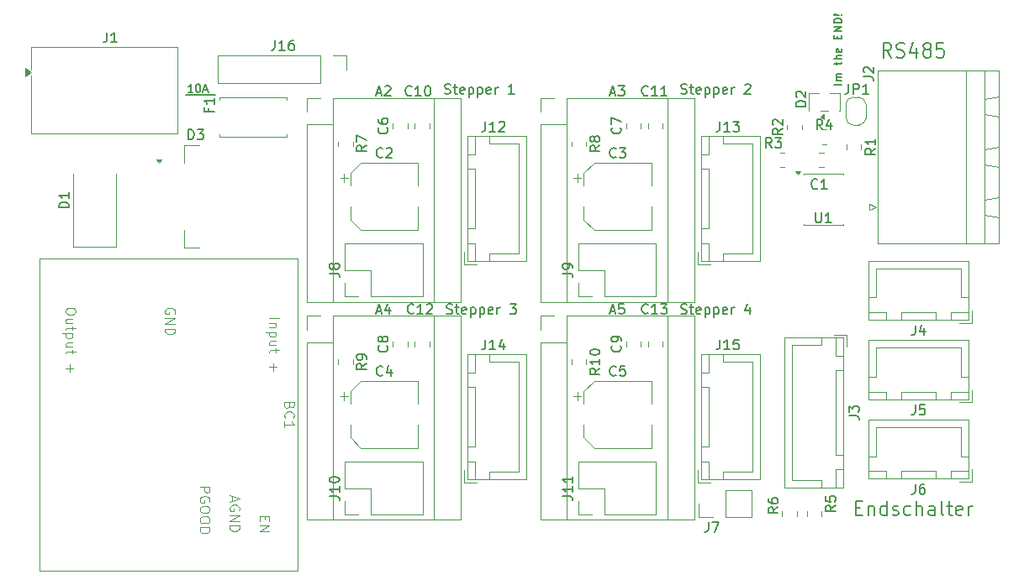
<source format=gbr>
%TF.GenerationSoftware,KiCad,Pcbnew,9.0.6*%
%TF.CreationDate,2026-02-22T19:23:35+01:00*%
%TF.ProjectId,MPC01,4d504330-312e-46b6-9963-61645f706362,V0.1*%
%TF.SameCoordinates,Original*%
%TF.FileFunction,Legend,Top*%
%TF.FilePolarity,Positive*%
%FSLAX46Y46*%
G04 Gerber Fmt 4.6, Leading zero omitted, Abs format (unit mm)*
G04 Created by KiCad (PCBNEW 9.0.6) date 2026-02-22 19:23:35*
%MOMM*%
%LPD*%
G01*
G04 APERTURE LIST*
%ADD10C,0.152400*%
%ADD11C,0.150000*%
%ADD12C,0.200000*%
%ADD13C,0.100000*%
%ADD14C,0.120000*%
G04 APERTURE END LIST*
D10*
X80200000Y-51800000D02*
X83200000Y-51800000D01*
X146292603Y-50706213D02*
X145479803Y-50706213D01*
X146292603Y-50319165D02*
X145750737Y-50319165D01*
X145828146Y-50319165D02*
X145789441Y-50280460D01*
X145789441Y-50280460D02*
X145750737Y-50203050D01*
X145750737Y-50203050D02*
X145750737Y-50086936D01*
X145750737Y-50086936D02*
X145789441Y-50009527D01*
X145789441Y-50009527D02*
X145866851Y-49970822D01*
X145866851Y-49970822D02*
X146292603Y-49970822D01*
X145866851Y-49970822D02*
X145789441Y-49932117D01*
X145789441Y-49932117D02*
X145750737Y-49854708D01*
X145750737Y-49854708D02*
X145750737Y-49738593D01*
X145750737Y-49738593D02*
X145789441Y-49661184D01*
X145789441Y-49661184D02*
X145866851Y-49622479D01*
X145866851Y-49622479D02*
X146292603Y-49622479D01*
X145750737Y-48732270D02*
X145750737Y-48422632D01*
X145479803Y-48616156D02*
X146176489Y-48616156D01*
X146176489Y-48616156D02*
X146253899Y-48577451D01*
X146253899Y-48577451D02*
X146292603Y-48500041D01*
X146292603Y-48500041D02*
X146292603Y-48422632D01*
X146292603Y-48151699D02*
X145479803Y-48151699D01*
X146292603Y-47803356D02*
X145866851Y-47803356D01*
X145866851Y-47803356D02*
X145789441Y-47842061D01*
X145789441Y-47842061D02*
X145750737Y-47919470D01*
X145750737Y-47919470D02*
X145750737Y-48035584D01*
X145750737Y-48035584D02*
X145789441Y-48112994D01*
X145789441Y-48112994D02*
X145828146Y-48151699D01*
X146253899Y-47106671D02*
X146292603Y-47184080D01*
X146292603Y-47184080D02*
X146292603Y-47338899D01*
X146292603Y-47338899D02*
X146253899Y-47416309D01*
X146253899Y-47416309D02*
X146176489Y-47455013D01*
X146176489Y-47455013D02*
X145866851Y-47455013D01*
X145866851Y-47455013D02*
X145789441Y-47416309D01*
X145789441Y-47416309D02*
X145750737Y-47338899D01*
X145750737Y-47338899D02*
X145750737Y-47184080D01*
X145750737Y-47184080D02*
X145789441Y-47106671D01*
X145789441Y-47106671D02*
X145866851Y-47067966D01*
X145866851Y-47067966D02*
X145944260Y-47067966D01*
X145944260Y-47067966D02*
X146021670Y-47455013D01*
X145866851Y-46100347D02*
X145866851Y-45829413D01*
X146292603Y-45713299D02*
X146292603Y-46100347D01*
X146292603Y-46100347D02*
X145479803Y-46100347D01*
X145479803Y-46100347D02*
X145479803Y-45713299D01*
X146292603Y-45364957D02*
X145479803Y-45364957D01*
X145479803Y-45364957D02*
X146292603Y-44900500D01*
X146292603Y-44900500D02*
X145479803Y-44900500D01*
X146292603Y-44513452D02*
X145479803Y-44513452D01*
X145479803Y-44513452D02*
X145479803Y-44319928D01*
X145479803Y-44319928D02*
X145518508Y-44203814D01*
X145518508Y-44203814D02*
X145595918Y-44126404D01*
X145595918Y-44126404D02*
X145673327Y-44087699D01*
X145673327Y-44087699D02*
X145828146Y-44048995D01*
X145828146Y-44048995D02*
X145944260Y-44048995D01*
X145944260Y-44048995D02*
X146099079Y-44087699D01*
X146099079Y-44087699D02*
X146176489Y-44126404D01*
X146176489Y-44126404D02*
X146253899Y-44203814D01*
X146253899Y-44203814D02*
X146292603Y-44319928D01*
X146292603Y-44319928D02*
X146292603Y-44513452D01*
X146215194Y-43700652D02*
X146253899Y-43661947D01*
X146253899Y-43661947D02*
X146292603Y-43700652D01*
X146292603Y-43700652D02*
X146253899Y-43739356D01*
X146253899Y-43739356D02*
X146215194Y-43700652D01*
X146215194Y-43700652D02*
X146292603Y-43700652D01*
X145982965Y-43700652D02*
X145518508Y-43739356D01*
X145518508Y-43739356D02*
X145479803Y-43700652D01*
X145479803Y-43700652D02*
X145518508Y-43661947D01*
X145518508Y-43661947D02*
X145982965Y-43700652D01*
X145982965Y-43700652D02*
X145479803Y-43700652D01*
X80919539Y-51492603D02*
X80455082Y-51492603D01*
X80687310Y-51492603D02*
X80687310Y-50679803D01*
X80687310Y-50679803D02*
X80609901Y-50795918D01*
X80609901Y-50795918D02*
X80532491Y-50873327D01*
X80532491Y-50873327D02*
X80455082Y-50912032D01*
X81422700Y-50679803D02*
X81500110Y-50679803D01*
X81500110Y-50679803D02*
X81577519Y-50718508D01*
X81577519Y-50718508D02*
X81616224Y-50757213D01*
X81616224Y-50757213D02*
X81654929Y-50834622D01*
X81654929Y-50834622D02*
X81693634Y-50989441D01*
X81693634Y-50989441D02*
X81693634Y-51182965D01*
X81693634Y-51182965D02*
X81654929Y-51337784D01*
X81654929Y-51337784D02*
X81616224Y-51415194D01*
X81616224Y-51415194D02*
X81577519Y-51453899D01*
X81577519Y-51453899D02*
X81500110Y-51492603D01*
X81500110Y-51492603D02*
X81422700Y-51492603D01*
X81422700Y-51492603D02*
X81345291Y-51453899D01*
X81345291Y-51453899D02*
X81306586Y-51415194D01*
X81306586Y-51415194D02*
X81267881Y-51337784D01*
X81267881Y-51337784D02*
X81229177Y-51182965D01*
X81229177Y-51182965D02*
X81229177Y-50989441D01*
X81229177Y-50989441D02*
X81267881Y-50834622D01*
X81267881Y-50834622D02*
X81306586Y-50757213D01*
X81306586Y-50757213D02*
X81345291Y-50718508D01*
X81345291Y-50718508D02*
X81422700Y-50679803D01*
X82003272Y-51260375D02*
X82390319Y-51260375D01*
X81925862Y-51492603D02*
X82196795Y-50679803D01*
X82196795Y-50679803D02*
X82467729Y-51492603D01*
D11*
X106489160Y-73822200D02*
X106632017Y-73869819D01*
X106632017Y-73869819D02*
X106870112Y-73869819D01*
X106870112Y-73869819D02*
X106965350Y-73822200D01*
X106965350Y-73822200D02*
X107012969Y-73774580D01*
X107012969Y-73774580D02*
X107060588Y-73679342D01*
X107060588Y-73679342D02*
X107060588Y-73584104D01*
X107060588Y-73584104D02*
X107012969Y-73488866D01*
X107012969Y-73488866D02*
X106965350Y-73441247D01*
X106965350Y-73441247D02*
X106870112Y-73393628D01*
X106870112Y-73393628D02*
X106679636Y-73346009D01*
X106679636Y-73346009D02*
X106584398Y-73298390D01*
X106584398Y-73298390D02*
X106536779Y-73250771D01*
X106536779Y-73250771D02*
X106489160Y-73155533D01*
X106489160Y-73155533D02*
X106489160Y-73060295D01*
X106489160Y-73060295D02*
X106536779Y-72965057D01*
X106536779Y-72965057D02*
X106584398Y-72917438D01*
X106584398Y-72917438D02*
X106679636Y-72869819D01*
X106679636Y-72869819D02*
X106917731Y-72869819D01*
X106917731Y-72869819D02*
X107060588Y-72917438D01*
X107346303Y-73203152D02*
X107727255Y-73203152D01*
X107489160Y-72869819D02*
X107489160Y-73726961D01*
X107489160Y-73726961D02*
X107536779Y-73822200D01*
X107536779Y-73822200D02*
X107632017Y-73869819D01*
X107632017Y-73869819D02*
X107727255Y-73869819D01*
X108441541Y-73822200D02*
X108346303Y-73869819D01*
X108346303Y-73869819D02*
X108155827Y-73869819D01*
X108155827Y-73869819D02*
X108060589Y-73822200D01*
X108060589Y-73822200D02*
X108012970Y-73726961D01*
X108012970Y-73726961D02*
X108012970Y-73346009D01*
X108012970Y-73346009D02*
X108060589Y-73250771D01*
X108060589Y-73250771D02*
X108155827Y-73203152D01*
X108155827Y-73203152D02*
X108346303Y-73203152D01*
X108346303Y-73203152D02*
X108441541Y-73250771D01*
X108441541Y-73250771D02*
X108489160Y-73346009D01*
X108489160Y-73346009D02*
X108489160Y-73441247D01*
X108489160Y-73441247D02*
X108012970Y-73536485D01*
X108917732Y-73203152D02*
X108917732Y-74203152D01*
X108917732Y-73250771D02*
X109012970Y-73203152D01*
X109012970Y-73203152D02*
X109203446Y-73203152D01*
X109203446Y-73203152D02*
X109298684Y-73250771D01*
X109298684Y-73250771D02*
X109346303Y-73298390D01*
X109346303Y-73298390D02*
X109393922Y-73393628D01*
X109393922Y-73393628D02*
X109393922Y-73679342D01*
X109393922Y-73679342D02*
X109346303Y-73774580D01*
X109346303Y-73774580D02*
X109298684Y-73822200D01*
X109298684Y-73822200D02*
X109203446Y-73869819D01*
X109203446Y-73869819D02*
X109012970Y-73869819D01*
X109012970Y-73869819D02*
X108917732Y-73822200D01*
X109822494Y-73203152D02*
X109822494Y-74203152D01*
X109822494Y-73250771D02*
X109917732Y-73203152D01*
X109917732Y-73203152D02*
X110108208Y-73203152D01*
X110108208Y-73203152D02*
X110203446Y-73250771D01*
X110203446Y-73250771D02*
X110251065Y-73298390D01*
X110251065Y-73298390D02*
X110298684Y-73393628D01*
X110298684Y-73393628D02*
X110298684Y-73679342D01*
X110298684Y-73679342D02*
X110251065Y-73774580D01*
X110251065Y-73774580D02*
X110203446Y-73822200D01*
X110203446Y-73822200D02*
X110108208Y-73869819D01*
X110108208Y-73869819D02*
X109917732Y-73869819D01*
X109917732Y-73869819D02*
X109822494Y-73822200D01*
X111108208Y-73822200D02*
X111012970Y-73869819D01*
X111012970Y-73869819D02*
X110822494Y-73869819D01*
X110822494Y-73869819D02*
X110727256Y-73822200D01*
X110727256Y-73822200D02*
X110679637Y-73726961D01*
X110679637Y-73726961D02*
X110679637Y-73346009D01*
X110679637Y-73346009D02*
X110727256Y-73250771D01*
X110727256Y-73250771D02*
X110822494Y-73203152D01*
X110822494Y-73203152D02*
X111012970Y-73203152D01*
X111012970Y-73203152D02*
X111108208Y-73250771D01*
X111108208Y-73250771D02*
X111155827Y-73346009D01*
X111155827Y-73346009D02*
X111155827Y-73441247D01*
X111155827Y-73441247D02*
X110679637Y-73536485D01*
X111584399Y-73869819D02*
X111584399Y-73203152D01*
X111584399Y-73393628D02*
X111632018Y-73298390D01*
X111632018Y-73298390D02*
X111679637Y-73250771D01*
X111679637Y-73250771D02*
X111774875Y-73203152D01*
X111774875Y-73203152D02*
X111870113Y-73203152D01*
X112870114Y-72869819D02*
X113489161Y-72869819D01*
X113489161Y-72869819D02*
X113155828Y-73250771D01*
X113155828Y-73250771D02*
X113298685Y-73250771D01*
X113298685Y-73250771D02*
X113393923Y-73298390D01*
X113393923Y-73298390D02*
X113441542Y-73346009D01*
X113441542Y-73346009D02*
X113489161Y-73441247D01*
X113489161Y-73441247D02*
X113489161Y-73679342D01*
X113489161Y-73679342D02*
X113441542Y-73774580D01*
X113441542Y-73774580D02*
X113393923Y-73822200D01*
X113393923Y-73822200D02*
X113298685Y-73869819D01*
X113298685Y-73869819D02*
X113012971Y-73869819D01*
X113012971Y-73869819D02*
X112917733Y-73822200D01*
X112917733Y-73822200D02*
X112870114Y-73774580D01*
D12*
X151264911Y-48006028D02*
X150798244Y-47291742D01*
X150464911Y-48006028D02*
X150464911Y-46506028D01*
X150464911Y-46506028D02*
X150998244Y-46506028D01*
X150998244Y-46506028D02*
X151131578Y-46577457D01*
X151131578Y-46577457D02*
X151198244Y-46648885D01*
X151198244Y-46648885D02*
X151264911Y-46791742D01*
X151264911Y-46791742D02*
X151264911Y-47006028D01*
X151264911Y-47006028D02*
X151198244Y-47148885D01*
X151198244Y-47148885D02*
X151131578Y-47220314D01*
X151131578Y-47220314D02*
X150998244Y-47291742D01*
X150998244Y-47291742D02*
X150464911Y-47291742D01*
X151798244Y-47934600D02*
X151998244Y-48006028D01*
X151998244Y-48006028D02*
X152331578Y-48006028D01*
X152331578Y-48006028D02*
X152464911Y-47934600D01*
X152464911Y-47934600D02*
X152531578Y-47863171D01*
X152531578Y-47863171D02*
X152598244Y-47720314D01*
X152598244Y-47720314D02*
X152598244Y-47577457D01*
X152598244Y-47577457D02*
X152531578Y-47434600D01*
X152531578Y-47434600D02*
X152464911Y-47363171D01*
X152464911Y-47363171D02*
X152331578Y-47291742D01*
X152331578Y-47291742D02*
X152064911Y-47220314D01*
X152064911Y-47220314D02*
X151931578Y-47148885D01*
X151931578Y-47148885D02*
X151864911Y-47077457D01*
X151864911Y-47077457D02*
X151798244Y-46934600D01*
X151798244Y-46934600D02*
X151798244Y-46791742D01*
X151798244Y-46791742D02*
X151864911Y-46648885D01*
X151864911Y-46648885D02*
X151931578Y-46577457D01*
X151931578Y-46577457D02*
X152064911Y-46506028D01*
X152064911Y-46506028D02*
X152398244Y-46506028D01*
X152398244Y-46506028D02*
X152598244Y-46577457D01*
X153798244Y-47006028D02*
X153798244Y-48006028D01*
X153464911Y-46434600D02*
X153131577Y-47506028D01*
X153131577Y-47506028D02*
X153998244Y-47506028D01*
X154731577Y-47148885D02*
X154598244Y-47077457D01*
X154598244Y-47077457D02*
X154531577Y-47006028D01*
X154531577Y-47006028D02*
X154464910Y-46863171D01*
X154464910Y-46863171D02*
X154464910Y-46791742D01*
X154464910Y-46791742D02*
X154531577Y-46648885D01*
X154531577Y-46648885D02*
X154598244Y-46577457D01*
X154598244Y-46577457D02*
X154731577Y-46506028D01*
X154731577Y-46506028D02*
X154998244Y-46506028D01*
X154998244Y-46506028D02*
X155131577Y-46577457D01*
X155131577Y-46577457D02*
X155198244Y-46648885D01*
X155198244Y-46648885D02*
X155264910Y-46791742D01*
X155264910Y-46791742D02*
X155264910Y-46863171D01*
X155264910Y-46863171D02*
X155198244Y-47006028D01*
X155198244Y-47006028D02*
X155131577Y-47077457D01*
X155131577Y-47077457D02*
X154998244Y-47148885D01*
X154998244Y-47148885D02*
X154731577Y-47148885D01*
X154731577Y-47148885D02*
X154598244Y-47220314D01*
X154598244Y-47220314D02*
X154531577Y-47291742D01*
X154531577Y-47291742D02*
X154464910Y-47434600D01*
X154464910Y-47434600D02*
X154464910Y-47720314D01*
X154464910Y-47720314D02*
X154531577Y-47863171D01*
X154531577Y-47863171D02*
X154598244Y-47934600D01*
X154598244Y-47934600D02*
X154731577Y-48006028D01*
X154731577Y-48006028D02*
X154998244Y-48006028D01*
X154998244Y-48006028D02*
X155131577Y-47934600D01*
X155131577Y-47934600D02*
X155198244Y-47863171D01*
X155198244Y-47863171D02*
X155264910Y-47720314D01*
X155264910Y-47720314D02*
X155264910Y-47434600D01*
X155264910Y-47434600D02*
X155198244Y-47291742D01*
X155198244Y-47291742D02*
X155131577Y-47220314D01*
X155131577Y-47220314D02*
X154998244Y-47148885D01*
X156531577Y-46506028D02*
X155864910Y-46506028D01*
X155864910Y-46506028D02*
X155798243Y-47220314D01*
X155798243Y-47220314D02*
X155864910Y-47148885D01*
X155864910Y-47148885D02*
X155998243Y-47077457D01*
X155998243Y-47077457D02*
X156331577Y-47077457D01*
X156331577Y-47077457D02*
X156464910Y-47148885D01*
X156464910Y-47148885D02*
X156531577Y-47220314D01*
X156531577Y-47220314D02*
X156598243Y-47363171D01*
X156598243Y-47363171D02*
X156598243Y-47720314D01*
X156598243Y-47720314D02*
X156531577Y-47863171D01*
X156531577Y-47863171D02*
X156464910Y-47934600D01*
X156464910Y-47934600D02*
X156331577Y-48006028D01*
X156331577Y-48006028D02*
X155998243Y-48006028D01*
X155998243Y-48006028D02*
X155864910Y-47934600D01*
X155864910Y-47934600D02*
X155798243Y-47863171D01*
D11*
X106289160Y-51622200D02*
X106432017Y-51669819D01*
X106432017Y-51669819D02*
X106670112Y-51669819D01*
X106670112Y-51669819D02*
X106765350Y-51622200D01*
X106765350Y-51622200D02*
X106812969Y-51574580D01*
X106812969Y-51574580D02*
X106860588Y-51479342D01*
X106860588Y-51479342D02*
X106860588Y-51384104D01*
X106860588Y-51384104D02*
X106812969Y-51288866D01*
X106812969Y-51288866D02*
X106765350Y-51241247D01*
X106765350Y-51241247D02*
X106670112Y-51193628D01*
X106670112Y-51193628D02*
X106479636Y-51146009D01*
X106479636Y-51146009D02*
X106384398Y-51098390D01*
X106384398Y-51098390D02*
X106336779Y-51050771D01*
X106336779Y-51050771D02*
X106289160Y-50955533D01*
X106289160Y-50955533D02*
X106289160Y-50860295D01*
X106289160Y-50860295D02*
X106336779Y-50765057D01*
X106336779Y-50765057D02*
X106384398Y-50717438D01*
X106384398Y-50717438D02*
X106479636Y-50669819D01*
X106479636Y-50669819D02*
X106717731Y-50669819D01*
X106717731Y-50669819D02*
X106860588Y-50717438D01*
X107146303Y-51003152D02*
X107527255Y-51003152D01*
X107289160Y-50669819D02*
X107289160Y-51526961D01*
X107289160Y-51526961D02*
X107336779Y-51622200D01*
X107336779Y-51622200D02*
X107432017Y-51669819D01*
X107432017Y-51669819D02*
X107527255Y-51669819D01*
X108241541Y-51622200D02*
X108146303Y-51669819D01*
X108146303Y-51669819D02*
X107955827Y-51669819D01*
X107955827Y-51669819D02*
X107860589Y-51622200D01*
X107860589Y-51622200D02*
X107812970Y-51526961D01*
X107812970Y-51526961D02*
X107812970Y-51146009D01*
X107812970Y-51146009D02*
X107860589Y-51050771D01*
X107860589Y-51050771D02*
X107955827Y-51003152D01*
X107955827Y-51003152D02*
X108146303Y-51003152D01*
X108146303Y-51003152D02*
X108241541Y-51050771D01*
X108241541Y-51050771D02*
X108289160Y-51146009D01*
X108289160Y-51146009D02*
X108289160Y-51241247D01*
X108289160Y-51241247D02*
X107812970Y-51336485D01*
X108717732Y-51003152D02*
X108717732Y-52003152D01*
X108717732Y-51050771D02*
X108812970Y-51003152D01*
X108812970Y-51003152D02*
X109003446Y-51003152D01*
X109003446Y-51003152D02*
X109098684Y-51050771D01*
X109098684Y-51050771D02*
X109146303Y-51098390D01*
X109146303Y-51098390D02*
X109193922Y-51193628D01*
X109193922Y-51193628D02*
X109193922Y-51479342D01*
X109193922Y-51479342D02*
X109146303Y-51574580D01*
X109146303Y-51574580D02*
X109098684Y-51622200D01*
X109098684Y-51622200D02*
X109003446Y-51669819D01*
X109003446Y-51669819D02*
X108812970Y-51669819D01*
X108812970Y-51669819D02*
X108717732Y-51622200D01*
X109622494Y-51003152D02*
X109622494Y-52003152D01*
X109622494Y-51050771D02*
X109717732Y-51003152D01*
X109717732Y-51003152D02*
X109908208Y-51003152D01*
X109908208Y-51003152D02*
X110003446Y-51050771D01*
X110003446Y-51050771D02*
X110051065Y-51098390D01*
X110051065Y-51098390D02*
X110098684Y-51193628D01*
X110098684Y-51193628D02*
X110098684Y-51479342D01*
X110098684Y-51479342D02*
X110051065Y-51574580D01*
X110051065Y-51574580D02*
X110003446Y-51622200D01*
X110003446Y-51622200D02*
X109908208Y-51669819D01*
X109908208Y-51669819D02*
X109717732Y-51669819D01*
X109717732Y-51669819D02*
X109622494Y-51622200D01*
X110908208Y-51622200D02*
X110812970Y-51669819D01*
X110812970Y-51669819D02*
X110622494Y-51669819D01*
X110622494Y-51669819D02*
X110527256Y-51622200D01*
X110527256Y-51622200D02*
X110479637Y-51526961D01*
X110479637Y-51526961D02*
X110479637Y-51146009D01*
X110479637Y-51146009D02*
X110527256Y-51050771D01*
X110527256Y-51050771D02*
X110622494Y-51003152D01*
X110622494Y-51003152D02*
X110812970Y-51003152D01*
X110812970Y-51003152D02*
X110908208Y-51050771D01*
X110908208Y-51050771D02*
X110955827Y-51146009D01*
X110955827Y-51146009D02*
X110955827Y-51241247D01*
X110955827Y-51241247D02*
X110479637Y-51336485D01*
X111384399Y-51669819D02*
X111384399Y-51003152D01*
X111384399Y-51193628D02*
X111432018Y-51098390D01*
X111432018Y-51098390D02*
X111479637Y-51050771D01*
X111479637Y-51050771D02*
X111574875Y-51003152D01*
X111574875Y-51003152D02*
X111670113Y-51003152D01*
X113289161Y-51669819D02*
X112717733Y-51669819D01*
X113003447Y-51669819D02*
X113003447Y-50669819D01*
X113003447Y-50669819D02*
X112908209Y-50812676D01*
X112908209Y-50812676D02*
X112812971Y-50907914D01*
X112812971Y-50907914D02*
X112717733Y-50955533D01*
X130089160Y-73822200D02*
X130232017Y-73869819D01*
X130232017Y-73869819D02*
X130470112Y-73869819D01*
X130470112Y-73869819D02*
X130565350Y-73822200D01*
X130565350Y-73822200D02*
X130612969Y-73774580D01*
X130612969Y-73774580D02*
X130660588Y-73679342D01*
X130660588Y-73679342D02*
X130660588Y-73584104D01*
X130660588Y-73584104D02*
X130612969Y-73488866D01*
X130612969Y-73488866D02*
X130565350Y-73441247D01*
X130565350Y-73441247D02*
X130470112Y-73393628D01*
X130470112Y-73393628D02*
X130279636Y-73346009D01*
X130279636Y-73346009D02*
X130184398Y-73298390D01*
X130184398Y-73298390D02*
X130136779Y-73250771D01*
X130136779Y-73250771D02*
X130089160Y-73155533D01*
X130089160Y-73155533D02*
X130089160Y-73060295D01*
X130089160Y-73060295D02*
X130136779Y-72965057D01*
X130136779Y-72965057D02*
X130184398Y-72917438D01*
X130184398Y-72917438D02*
X130279636Y-72869819D01*
X130279636Y-72869819D02*
X130517731Y-72869819D01*
X130517731Y-72869819D02*
X130660588Y-72917438D01*
X130946303Y-73203152D02*
X131327255Y-73203152D01*
X131089160Y-72869819D02*
X131089160Y-73726961D01*
X131089160Y-73726961D02*
X131136779Y-73822200D01*
X131136779Y-73822200D02*
X131232017Y-73869819D01*
X131232017Y-73869819D02*
X131327255Y-73869819D01*
X132041541Y-73822200D02*
X131946303Y-73869819D01*
X131946303Y-73869819D02*
X131755827Y-73869819D01*
X131755827Y-73869819D02*
X131660589Y-73822200D01*
X131660589Y-73822200D02*
X131612970Y-73726961D01*
X131612970Y-73726961D02*
X131612970Y-73346009D01*
X131612970Y-73346009D02*
X131660589Y-73250771D01*
X131660589Y-73250771D02*
X131755827Y-73203152D01*
X131755827Y-73203152D02*
X131946303Y-73203152D01*
X131946303Y-73203152D02*
X132041541Y-73250771D01*
X132041541Y-73250771D02*
X132089160Y-73346009D01*
X132089160Y-73346009D02*
X132089160Y-73441247D01*
X132089160Y-73441247D02*
X131612970Y-73536485D01*
X132517732Y-73203152D02*
X132517732Y-74203152D01*
X132517732Y-73250771D02*
X132612970Y-73203152D01*
X132612970Y-73203152D02*
X132803446Y-73203152D01*
X132803446Y-73203152D02*
X132898684Y-73250771D01*
X132898684Y-73250771D02*
X132946303Y-73298390D01*
X132946303Y-73298390D02*
X132993922Y-73393628D01*
X132993922Y-73393628D02*
X132993922Y-73679342D01*
X132993922Y-73679342D02*
X132946303Y-73774580D01*
X132946303Y-73774580D02*
X132898684Y-73822200D01*
X132898684Y-73822200D02*
X132803446Y-73869819D01*
X132803446Y-73869819D02*
X132612970Y-73869819D01*
X132612970Y-73869819D02*
X132517732Y-73822200D01*
X133422494Y-73203152D02*
X133422494Y-74203152D01*
X133422494Y-73250771D02*
X133517732Y-73203152D01*
X133517732Y-73203152D02*
X133708208Y-73203152D01*
X133708208Y-73203152D02*
X133803446Y-73250771D01*
X133803446Y-73250771D02*
X133851065Y-73298390D01*
X133851065Y-73298390D02*
X133898684Y-73393628D01*
X133898684Y-73393628D02*
X133898684Y-73679342D01*
X133898684Y-73679342D02*
X133851065Y-73774580D01*
X133851065Y-73774580D02*
X133803446Y-73822200D01*
X133803446Y-73822200D02*
X133708208Y-73869819D01*
X133708208Y-73869819D02*
X133517732Y-73869819D01*
X133517732Y-73869819D02*
X133422494Y-73822200D01*
X134708208Y-73822200D02*
X134612970Y-73869819D01*
X134612970Y-73869819D02*
X134422494Y-73869819D01*
X134422494Y-73869819D02*
X134327256Y-73822200D01*
X134327256Y-73822200D02*
X134279637Y-73726961D01*
X134279637Y-73726961D02*
X134279637Y-73346009D01*
X134279637Y-73346009D02*
X134327256Y-73250771D01*
X134327256Y-73250771D02*
X134422494Y-73203152D01*
X134422494Y-73203152D02*
X134612970Y-73203152D01*
X134612970Y-73203152D02*
X134708208Y-73250771D01*
X134708208Y-73250771D02*
X134755827Y-73346009D01*
X134755827Y-73346009D02*
X134755827Y-73441247D01*
X134755827Y-73441247D02*
X134279637Y-73536485D01*
X135184399Y-73869819D02*
X135184399Y-73203152D01*
X135184399Y-73393628D02*
X135232018Y-73298390D01*
X135232018Y-73298390D02*
X135279637Y-73250771D01*
X135279637Y-73250771D02*
X135374875Y-73203152D01*
X135374875Y-73203152D02*
X135470113Y-73203152D01*
X136993923Y-73203152D02*
X136993923Y-73869819D01*
X136755828Y-72822200D02*
X136517733Y-73536485D01*
X136517733Y-73536485D02*
X137136780Y-73536485D01*
X130089160Y-51622200D02*
X130232017Y-51669819D01*
X130232017Y-51669819D02*
X130470112Y-51669819D01*
X130470112Y-51669819D02*
X130565350Y-51622200D01*
X130565350Y-51622200D02*
X130612969Y-51574580D01*
X130612969Y-51574580D02*
X130660588Y-51479342D01*
X130660588Y-51479342D02*
X130660588Y-51384104D01*
X130660588Y-51384104D02*
X130612969Y-51288866D01*
X130612969Y-51288866D02*
X130565350Y-51241247D01*
X130565350Y-51241247D02*
X130470112Y-51193628D01*
X130470112Y-51193628D02*
X130279636Y-51146009D01*
X130279636Y-51146009D02*
X130184398Y-51098390D01*
X130184398Y-51098390D02*
X130136779Y-51050771D01*
X130136779Y-51050771D02*
X130089160Y-50955533D01*
X130089160Y-50955533D02*
X130089160Y-50860295D01*
X130089160Y-50860295D02*
X130136779Y-50765057D01*
X130136779Y-50765057D02*
X130184398Y-50717438D01*
X130184398Y-50717438D02*
X130279636Y-50669819D01*
X130279636Y-50669819D02*
X130517731Y-50669819D01*
X130517731Y-50669819D02*
X130660588Y-50717438D01*
X130946303Y-51003152D02*
X131327255Y-51003152D01*
X131089160Y-50669819D02*
X131089160Y-51526961D01*
X131089160Y-51526961D02*
X131136779Y-51622200D01*
X131136779Y-51622200D02*
X131232017Y-51669819D01*
X131232017Y-51669819D02*
X131327255Y-51669819D01*
X132041541Y-51622200D02*
X131946303Y-51669819D01*
X131946303Y-51669819D02*
X131755827Y-51669819D01*
X131755827Y-51669819D02*
X131660589Y-51622200D01*
X131660589Y-51622200D02*
X131612970Y-51526961D01*
X131612970Y-51526961D02*
X131612970Y-51146009D01*
X131612970Y-51146009D02*
X131660589Y-51050771D01*
X131660589Y-51050771D02*
X131755827Y-51003152D01*
X131755827Y-51003152D02*
X131946303Y-51003152D01*
X131946303Y-51003152D02*
X132041541Y-51050771D01*
X132041541Y-51050771D02*
X132089160Y-51146009D01*
X132089160Y-51146009D02*
X132089160Y-51241247D01*
X132089160Y-51241247D02*
X131612970Y-51336485D01*
X132517732Y-51003152D02*
X132517732Y-52003152D01*
X132517732Y-51050771D02*
X132612970Y-51003152D01*
X132612970Y-51003152D02*
X132803446Y-51003152D01*
X132803446Y-51003152D02*
X132898684Y-51050771D01*
X132898684Y-51050771D02*
X132946303Y-51098390D01*
X132946303Y-51098390D02*
X132993922Y-51193628D01*
X132993922Y-51193628D02*
X132993922Y-51479342D01*
X132993922Y-51479342D02*
X132946303Y-51574580D01*
X132946303Y-51574580D02*
X132898684Y-51622200D01*
X132898684Y-51622200D02*
X132803446Y-51669819D01*
X132803446Y-51669819D02*
X132612970Y-51669819D01*
X132612970Y-51669819D02*
X132517732Y-51622200D01*
X133422494Y-51003152D02*
X133422494Y-52003152D01*
X133422494Y-51050771D02*
X133517732Y-51003152D01*
X133517732Y-51003152D02*
X133708208Y-51003152D01*
X133708208Y-51003152D02*
X133803446Y-51050771D01*
X133803446Y-51050771D02*
X133851065Y-51098390D01*
X133851065Y-51098390D02*
X133898684Y-51193628D01*
X133898684Y-51193628D02*
X133898684Y-51479342D01*
X133898684Y-51479342D02*
X133851065Y-51574580D01*
X133851065Y-51574580D02*
X133803446Y-51622200D01*
X133803446Y-51622200D02*
X133708208Y-51669819D01*
X133708208Y-51669819D02*
X133517732Y-51669819D01*
X133517732Y-51669819D02*
X133422494Y-51622200D01*
X134708208Y-51622200D02*
X134612970Y-51669819D01*
X134612970Y-51669819D02*
X134422494Y-51669819D01*
X134422494Y-51669819D02*
X134327256Y-51622200D01*
X134327256Y-51622200D02*
X134279637Y-51526961D01*
X134279637Y-51526961D02*
X134279637Y-51146009D01*
X134279637Y-51146009D02*
X134327256Y-51050771D01*
X134327256Y-51050771D02*
X134422494Y-51003152D01*
X134422494Y-51003152D02*
X134612970Y-51003152D01*
X134612970Y-51003152D02*
X134708208Y-51050771D01*
X134708208Y-51050771D02*
X134755827Y-51146009D01*
X134755827Y-51146009D02*
X134755827Y-51241247D01*
X134755827Y-51241247D02*
X134279637Y-51336485D01*
X135184399Y-51669819D02*
X135184399Y-51003152D01*
X135184399Y-51193628D02*
X135232018Y-51098390D01*
X135232018Y-51098390D02*
X135279637Y-51050771D01*
X135279637Y-51050771D02*
X135374875Y-51003152D01*
X135374875Y-51003152D02*
X135470113Y-51003152D01*
X136517733Y-50765057D02*
X136565352Y-50717438D01*
X136565352Y-50717438D02*
X136660590Y-50669819D01*
X136660590Y-50669819D02*
X136898685Y-50669819D01*
X136898685Y-50669819D02*
X136993923Y-50717438D01*
X136993923Y-50717438D02*
X137041542Y-50765057D01*
X137041542Y-50765057D02*
X137089161Y-50860295D01*
X137089161Y-50860295D02*
X137089161Y-50955533D01*
X137089161Y-50955533D02*
X137041542Y-51098390D01*
X137041542Y-51098390D02*
X136470114Y-51669819D01*
X136470114Y-51669819D02*
X137089161Y-51669819D01*
D12*
X147664911Y-93420314D02*
X148131578Y-93420314D01*
X148331578Y-94206028D02*
X147664911Y-94206028D01*
X147664911Y-94206028D02*
X147664911Y-92706028D01*
X147664911Y-92706028D02*
X148331578Y-92706028D01*
X148931578Y-93206028D02*
X148931578Y-94206028D01*
X148931578Y-93348885D02*
X148998245Y-93277457D01*
X148998245Y-93277457D02*
X149131578Y-93206028D01*
X149131578Y-93206028D02*
X149331578Y-93206028D01*
X149331578Y-93206028D02*
X149464911Y-93277457D01*
X149464911Y-93277457D02*
X149531578Y-93420314D01*
X149531578Y-93420314D02*
X149531578Y-94206028D01*
X150798245Y-94206028D02*
X150798245Y-92706028D01*
X150798245Y-94134600D02*
X150664912Y-94206028D01*
X150664912Y-94206028D02*
X150398245Y-94206028D01*
X150398245Y-94206028D02*
X150264912Y-94134600D01*
X150264912Y-94134600D02*
X150198245Y-94063171D01*
X150198245Y-94063171D02*
X150131578Y-93920314D01*
X150131578Y-93920314D02*
X150131578Y-93491742D01*
X150131578Y-93491742D02*
X150198245Y-93348885D01*
X150198245Y-93348885D02*
X150264912Y-93277457D01*
X150264912Y-93277457D02*
X150398245Y-93206028D01*
X150398245Y-93206028D02*
X150664912Y-93206028D01*
X150664912Y-93206028D02*
X150798245Y-93277457D01*
X151398245Y-94134600D02*
X151531579Y-94206028D01*
X151531579Y-94206028D02*
X151798245Y-94206028D01*
X151798245Y-94206028D02*
X151931579Y-94134600D01*
X151931579Y-94134600D02*
X151998245Y-93991742D01*
X151998245Y-93991742D02*
X151998245Y-93920314D01*
X151998245Y-93920314D02*
X151931579Y-93777457D01*
X151931579Y-93777457D02*
X151798245Y-93706028D01*
X151798245Y-93706028D02*
X151598245Y-93706028D01*
X151598245Y-93706028D02*
X151464912Y-93634600D01*
X151464912Y-93634600D02*
X151398245Y-93491742D01*
X151398245Y-93491742D02*
X151398245Y-93420314D01*
X151398245Y-93420314D02*
X151464912Y-93277457D01*
X151464912Y-93277457D02*
X151598245Y-93206028D01*
X151598245Y-93206028D02*
X151798245Y-93206028D01*
X151798245Y-93206028D02*
X151931579Y-93277457D01*
X153198245Y-94134600D02*
X153064912Y-94206028D01*
X153064912Y-94206028D02*
X152798245Y-94206028D01*
X152798245Y-94206028D02*
X152664912Y-94134600D01*
X152664912Y-94134600D02*
X152598245Y-94063171D01*
X152598245Y-94063171D02*
X152531578Y-93920314D01*
X152531578Y-93920314D02*
X152531578Y-93491742D01*
X152531578Y-93491742D02*
X152598245Y-93348885D01*
X152598245Y-93348885D02*
X152664912Y-93277457D01*
X152664912Y-93277457D02*
X152798245Y-93206028D01*
X152798245Y-93206028D02*
X153064912Y-93206028D01*
X153064912Y-93206028D02*
X153198245Y-93277457D01*
X153798245Y-94206028D02*
X153798245Y-92706028D01*
X154398245Y-94206028D02*
X154398245Y-93420314D01*
X154398245Y-93420314D02*
X154331578Y-93277457D01*
X154331578Y-93277457D02*
X154198245Y-93206028D01*
X154198245Y-93206028D02*
X153998245Y-93206028D01*
X153998245Y-93206028D02*
X153864912Y-93277457D01*
X153864912Y-93277457D02*
X153798245Y-93348885D01*
X155664912Y-94206028D02*
X155664912Y-93420314D01*
X155664912Y-93420314D02*
X155598245Y-93277457D01*
X155598245Y-93277457D02*
X155464912Y-93206028D01*
X155464912Y-93206028D02*
X155198245Y-93206028D01*
X155198245Y-93206028D02*
X155064912Y-93277457D01*
X155664912Y-94134600D02*
X155531579Y-94206028D01*
X155531579Y-94206028D02*
X155198245Y-94206028D01*
X155198245Y-94206028D02*
X155064912Y-94134600D01*
X155064912Y-94134600D02*
X154998245Y-93991742D01*
X154998245Y-93991742D02*
X154998245Y-93848885D01*
X154998245Y-93848885D02*
X155064912Y-93706028D01*
X155064912Y-93706028D02*
X155198245Y-93634600D01*
X155198245Y-93634600D02*
X155531579Y-93634600D01*
X155531579Y-93634600D02*
X155664912Y-93563171D01*
X156531579Y-94206028D02*
X156398246Y-94134600D01*
X156398246Y-94134600D02*
X156331579Y-93991742D01*
X156331579Y-93991742D02*
X156331579Y-92706028D01*
X156864912Y-93206028D02*
X157398245Y-93206028D01*
X157064912Y-92706028D02*
X157064912Y-93991742D01*
X157064912Y-93991742D02*
X157131579Y-94134600D01*
X157131579Y-94134600D02*
X157264912Y-94206028D01*
X157264912Y-94206028D02*
X157398245Y-94206028D01*
X158398245Y-94134600D02*
X158264912Y-94206028D01*
X158264912Y-94206028D02*
X157998245Y-94206028D01*
X157998245Y-94206028D02*
X157864912Y-94134600D01*
X157864912Y-94134600D02*
X157798245Y-93991742D01*
X157798245Y-93991742D02*
X157798245Y-93420314D01*
X157798245Y-93420314D02*
X157864912Y-93277457D01*
X157864912Y-93277457D02*
X157998245Y-93206028D01*
X157998245Y-93206028D02*
X158264912Y-93206028D01*
X158264912Y-93206028D02*
X158398245Y-93277457D01*
X158398245Y-93277457D02*
X158464912Y-93420314D01*
X158464912Y-93420314D02*
X158464912Y-93563171D01*
X158464912Y-93563171D02*
X157798245Y-93706028D01*
X159064912Y-94206028D02*
X159064912Y-93206028D01*
X159064912Y-93491742D02*
X159131579Y-93348885D01*
X159131579Y-93348885D02*
X159198245Y-93277457D01*
X159198245Y-93277457D02*
X159331579Y-93206028D01*
X159331579Y-93206028D02*
X159464912Y-93206028D01*
D11*
X146966666Y-50654819D02*
X146966666Y-51369104D01*
X146966666Y-51369104D02*
X146919047Y-51511961D01*
X146919047Y-51511961D02*
X146823809Y-51607200D01*
X146823809Y-51607200D02*
X146680952Y-51654819D01*
X146680952Y-51654819D02*
X146585714Y-51654819D01*
X147442857Y-51654819D02*
X147442857Y-50654819D01*
X147442857Y-50654819D02*
X147823809Y-50654819D01*
X147823809Y-50654819D02*
X147919047Y-50702438D01*
X147919047Y-50702438D02*
X147966666Y-50750057D01*
X147966666Y-50750057D02*
X148014285Y-50845295D01*
X148014285Y-50845295D02*
X148014285Y-50988152D01*
X148014285Y-50988152D02*
X147966666Y-51083390D01*
X147966666Y-51083390D02*
X147919047Y-51131009D01*
X147919047Y-51131009D02*
X147823809Y-51178628D01*
X147823809Y-51178628D02*
X147442857Y-51178628D01*
X148966666Y-51654819D02*
X148395238Y-51654819D01*
X148680952Y-51654819D02*
X148680952Y-50654819D01*
X148680952Y-50654819D02*
X148585714Y-50797676D01*
X148585714Y-50797676D02*
X148490476Y-50892914D01*
X148490476Y-50892914D02*
X148395238Y-50940533D01*
X144333333Y-55254819D02*
X144000000Y-54778628D01*
X143761905Y-55254819D02*
X143761905Y-54254819D01*
X143761905Y-54254819D02*
X144142857Y-54254819D01*
X144142857Y-54254819D02*
X144238095Y-54302438D01*
X144238095Y-54302438D02*
X144285714Y-54350057D01*
X144285714Y-54350057D02*
X144333333Y-54445295D01*
X144333333Y-54445295D02*
X144333333Y-54588152D01*
X144333333Y-54588152D02*
X144285714Y-54683390D01*
X144285714Y-54683390D02*
X144238095Y-54731009D01*
X144238095Y-54731009D02*
X144142857Y-54778628D01*
X144142857Y-54778628D02*
X143761905Y-54778628D01*
X145190476Y-54588152D02*
X145190476Y-55254819D01*
X144952381Y-54207200D02*
X144714286Y-54921485D01*
X144714286Y-54921485D02*
X145333333Y-54921485D01*
X99410714Y-51569104D02*
X99886904Y-51569104D01*
X99315476Y-51854819D02*
X99648809Y-50854819D01*
X99648809Y-50854819D02*
X99982142Y-51854819D01*
X100267857Y-50950057D02*
X100315476Y-50902438D01*
X100315476Y-50902438D02*
X100410714Y-50854819D01*
X100410714Y-50854819D02*
X100648809Y-50854819D01*
X100648809Y-50854819D02*
X100744047Y-50902438D01*
X100744047Y-50902438D02*
X100791666Y-50950057D01*
X100791666Y-50950057D02*
X100839285Y-51045295D01*
X100839285Y-51045295D02*
X100839285Y-51140533D01*
X100839285Y-51140533D02*
X100791666Y-51283390D01*
X100791666Y-51283390D02*
X100220238Y-51854819D01*
X100220238Y-51854819D02*
X100839285Y-51854819D01*
X140304819Y-55166666D02*
X139828628Y-55499999D01*
X140304819Y-55738094D02*
X139304819Y-55738094D01*
X139304819Y-55738094D02*
X139304819Y-55357142D01*
X139304819Y-55357142D02*
X139352438Y-55261904D01*
X139352438Y-55261904D02*
X139400057Y-55214285D01*
X139400057Y-55214285D02*
X139495295Y-55166666D01*
X139495295Y-55166666D02*
X139638152Y-55166666D01*
X139638152Y-55166666D02*
X139733390Y-55214285D01*
X139733390Y-55214285D02*
X139781009Y-55261904D01*
X139781009Y-55261904D02*
X139828628Y-55357142D01*
X139828628Y-55357142D02*
X139828628Y-55738094D01*
X139400057Y-54785713D02*
X139352438Y-54738094D01*
X139352438Y-54738094D02*
X139304819Y-54642856D01*
X139304819Y-54642856D02*
X139304819Y-54404761D01*
X139304819Y-54404761D02*
X139352438Y-54309523D01*
X139352438Y-54309523D02*
X139400057Y-54261904D01*
X139400057Y-54261904D02*
X139495295Y-54214285D01*
X139495295Y-54214285D02*
X139590533Y-54214285D01*
X139590533Y-54214285D02*
X139733390Y-54261904D01*
X139733390Y-54261904D02*
X140304819Y-54833332D01*
X140304819Y-54833332D02*
X140304819Y-54214285D01*
D13*
X90666390Y-83095238D02*
X90618771Y-83238095D01*
X90618771Y-83238095D02*
X90571152Y-83285714D01*
X90571152Y-83285714D02*
X90475914Y-83333333D01*
X90475914Y-83333333D02*
X90333057Y-83333333D01*
X90333057Y-83333333D02*
X90237819Y-83285714D01*
X90237819Y-83285714D02*
X90190200Y-83238095D01*
X90190200Y-83238095D02*
X90142580Y-83142857D01*
X90142580Y-83142857D02*
X90142580Y-82761905D01*
X90142580Y-82761905D02*
X91142580Y-82761905D01*
X91142580Y-82761905D02*
X91142580Y-83095238D01*
X91142580Y-83095238D02*
X91094961Y-83190476D01*
X91094961Y-83190476D02*
X91047342Y-83238095D01*
X91047342Y-83238095D02*
X90952104Y-83285714D01*
X90952104Y-83285714D02*
X90856866Y-83285714D01*
X90856866Y-83285714D02*
X90761628Y-83238095D01*
X90761628Y-83238095D02*
X90714009Y-83190476D01*
X90714009Y-83190476D02*
X90666390Y-83095238D01*
X90666390Y-83095238D02*
X90666390Y-82761905D01*
X90237819Y-84333333D02*
X90190200Y-84285714D01*
X90190200Y-84285714D02*
X90142580Y-84142857D01*
X90142580Y-84142857D02*
X90142580Y-84047619D01*
X90142580Y-84047619D02*
X90190200Y-83904762D01*
X90190200Y-83904762D02*
X90285438Y-83809524D01*
X90285438Y-83809524D02*
X90380676Y-83761905D01*
X90380676Y-83761905D02*
X90571152Y-83714286D01*
X90571152Y-83714286D02*
X90714009Y-83714286D01*
X90714009Y-83714286D02*
X90904485Y-83761905D01*
X90904485Y-83761905D02*
X90999723Y-83809524D01*
X90999723Y-83809524D02*
X91094961Y-83904762D01*
X91094961Y-83904762D02*
X91142580Y-84047619D01*
X91142580Y-84047619D02*
X91142580Y-84142857D01*
X91142580Y-84142857D02*
X91094961Y-84285714D01*
X91094961Y-84285714D02*
X91047342Y-84333333D01*
X90142580Y-85285714D02*
X90142580Y-84714286D01*
X90142580Y-85000000D02*
X91142580Y-85000000D01*
X91142580Y-85000000D02*
X90999723Y-84904762D01*
X90999723Y-84904762D02*
X90904485Y-84809524D01*
X90904485Y-84809524D02*
X90856866Y-84714286D01*
X88151390Y-94303884D02*
X88151390Y-94637217D01*
X87627580Y-94780074D02*
X87627580Y-94303884D01*
X87627580Y-94303884D02*
X88627580Y-94303884D01*
X88627580Y-94303884D02*
X88627580Y-94780074D01*
X87627580Y-95208646D02*
X88627580Y-95208646D01*
X88627580Y-95208646D02*
X87627580Y-95780074D01*
X87627580Y-95780074D02*
X88627580Y-95780074D01*
X84913295Y-92256265D02*
X84913295Y-92732455D01*
X84627580Y-92161027D02*
X85627580Y-92494360D01*
X85627580Y-92494360D02*
X84627580Y-92827693D01*
X85579961Y-93684836D02*
X85627580Y-93589598D01*
X85627580Y-93589598D02*
X85627580Y-93446741D01*
X85627580Y-93446741D02*
X85579961Y-93303884D01*
X85579961Y-93303884D02*
X85484723Y-93208646D01*
X85484723Y-93208646D02*
X85389485Y-93161027D01*
X85389485Y-93161027D02*
X85199009Y-93113408D01*
X85199009Y-93113408D02*
X85056152Y-93113408D01*
X85056152Y-93113408D02*
X84865676Y-93161027D01*
X84865676Y-93161027D02*
X84770438Y-93208646D01*
X84770438Y-93208646D02*
X84675200Y-93303884D01*
X84675200Y-93303884D02*
X84627580Y-93446741D01*
X84627580Y-93446741D02*
X84627580Y-93541979D01*
X84627580Y-93541979D02*
X84675200Y-93684836D01*
X84675200Y-93684836D02*
X84722819Y-93732455D01*
X84722819Y-93732455D02*
X85056152Y-93732455D01*
X85056152Y-93732455D02*
X85056152Y-93541979D01*
X84627580Y-94161027D02*
X85627580Y-94161027D01*
X85627580Y-94161027D02*
X84627580Y-94732455D01*
X84627580Y-94732455D02*
X85627580Y-94732455D01*
X84627580Y-95208646D02*
X85627580Y-95208646D01*
X85627580Y-95208646D02*
X85627580Y-95446741D01*
X85627580Y-95446741D02*
X85579961Y-95589598D01*
X85579961Y-95589598D02*
X85484723Y-95684836D01*
X85484723Y-95684836D02*
X85389485Y-95732455D01*
X85389485Y-95732455D02*
X85199009Y-95780074D01*
X85199009Y-95780074D02*
X85056152Y-95780074D01*
X85056152Y-95780074D02*
X84865676Y-95732455D01*
X84865676Y-95732455D02*
X84770438Y-95684836D01*
X84770438Y-95684836D02*
X84675200Y-95589598D01*
X84675200Y-95589598D02*
X84627580Y-95446741D01*
X84627580Y-95446741D02*
X84627580Y-95208646D01*
X88627580Y-74303884D02*
X89627580Y-74303884D01*
X89294247Y-74780074D02*
X88627580Y-74780074D01*
X89199009Y-74780074D02*
X89246628Y-74827693D01*
X89246628Y-74827693D02*
X89294247Y-74922931D01*
X89294247Y-74922931D02*
X89294247Y-75065788D01*
X89294247Y-75065788D02*
X89246628Y-75161026D01*
X89246628Y-75161026D02*
X89151390Y-75208645D01*
X89151390Y-75208645D02*
X88627580Y-75208645D01*
X89294247Y-75684836D02*
X88294247Y-75684836D01*
X89246628Y-75684836D02*
X89294247Y-75780074D01*
X89294247Y-75780074D02*
X89294247Y-75970550D01*
X89294247Y-75970550D02*
X89246628Y-76065788D01*
X89246628Y-76065788D02*
X89199009Y-76113407D01*
X89199009Y-76113407D02*
X89103771Y-76161026D01*
X89103771Y-76161026D02*
X88818057Y-76161026D01*
X88818057Y-76161026D02*
X88722819Y-76113407D01*
X88722819Y-76113407D02*
X88675200Y-76065788D01*
X88675200Y-76065788D02*
X88627580Y-75970550D01*
X88627580Y-75970550D02*
X88627580Y-75780074D01*
X88627580Y-75780074D02*
X88675200Y-75684836D01*
X89294247Y-77018169D02*
X88627580Y-77018169D01*
X89294247Y-76589598D02*
X88770438Y-76589598D01*
X88770438Y-76589598D02*
X88675200Y-76637217D01*
X88675200Y-76637217D02*
X88627580Y-76732455D01*
X88627580Y-76732455D02*
X88627580Y-76875312D01*
X88627580Y-76875312D02*
X88675200Y-76970550D01*
X88675200Y-76970550D02*
X88722819Y-77018169D01*
X89294247Y-77351503D02*
X89294247Y-77732455D01*
X89627580Y-77494360D02*
X88770438Y-77494360D01*
X88770438Y-77494360D02*
X88675200Y-77541979D01*
X88675200Y-77541979D02*
X88627580Y-77637217D01*
X88627580Y-77637217D02*
X88627580Y-77732455D01*
X89008533Y-78827694D02*
X89008533Y-79589599D01*
X88627580Y-79208646D02*
X89389485Y-79208646D01*
X69127580Y-73494360D02*
X69127580Y-73684836D01*
X69127580Y-73684836D02*
X69079961Y-73780074D01*
X69079961Y-73780074D02*
X68984723Y-73875312D01*
X68984723Y-73875312D02*
X68794247Y-73922931D01*
X68794247Y-73922931D02*
X68460914Y-73922931D01*
X68460914Y-73922931D02*
X68270438Y-73875312D01*
X68270438Y-73875312D02*
X68175200Y-73780074D01*
X68175200Y-73780074D02*
X68127580Y-73684836D01*
X68127580Y-73684836D02*
X68127580Y-73494360D01*
X68127580Y-73494360D02*
X68175200Y-73399122D01*
X68175200Y-73399122D02*
X68270438Y-73303884D01*
X68270438Y-73303884D02*
X68460914Y-73256265D01*
X68460914Y-73256265D02*
X68794247Y-73256265D01*
X68794247Y-73256265D02*
X68984723Y-73303884D01*
X68984723Y-73303884D02*
X69079961Y-73399122D01*
X69079961Y-73399122D02*
X69127580Y-73494360D01*
X68794247Y-74780074D02*
X68127580Y-74780074D01*
X68794247Y-74351503D02*
X68270438Y-74351503D01*
X68270438Y-74351503D02*
X68175200Y-74399122D01*
X68175200Y-74399122D02*
X68127580Y-74494360D01*
X68127580Y-74494360D02*
X68127580Y-74637217D01*
X68127580Y-74637217D02*
X68175200Y-74732455D01*
X68175200Y-74732455D02*
X68222819Y-74780074D01*
X68794247Y-75113408D02*
X68794247Y-75494360D01*
X69127580Y-75256265D02*
X68270438Y-75256265D01*
X68270438Y-75256265D02*
X68175200Y-75303884D01*
X68175200Y-75303884D02*
X68127580Y-75399122D01*
X68127580Y-75399122D02*
X68127580Y-75494360D01*
X68794247Y-75827694D02*
X67794247Y-75827694D01*
X68746628Y-75827694D02*
X68794247Y-75922932D01*
X68794247Y-75922932D02*
X68794247Y-76113408D01*
X68794247Y-76113408D02*
X68746628Y-76208646D01*
X68746628Y-76208646D02*
X68699009Y-76256265D01*
X68699009Y-76256265D02*
X68603771Y-76303884D01*
X68603771Y-76303884D02*
X68318057Y-76303884D01*
X68318057Y-76303884D02*
X68222819Y-76256265D01*
X68222819Y-76256265D02*
X68175200Y-76208646D01*
X68175200Y-76208646D02*
X68127580Y-76113408D01*
X68127580Y-76113408D02*
X68127580Y-75922932D01*
X68127580Y-75922932D02*
X68175200Y-75827694D01*
X68794247Y-77161027D02*
X68127580Y-77161027D01*
X68794247Y-76732456D02*
X68270438Y-76732456D01*
X68270438Y-76732456D02*
X68175200Y-76780075D01*
X68175200Y-76780075D02*
X68127580Y-76875313D01*
X68127580Y-76875313D02*
X68127580Y-77018170D01*
X68127580Y-77018170D02*
X68175200Y-77113408D01*
X68175200Y-77113408D02*
X68222819Y-77161027D01*
X68794247Y-77494361D02*
X68794247Y-77875313D01*
X69127580Y-77637218D02*
X68270438Y-77637218D01*
X68270438Y-77637218D02*
X68175200Y-77684837D01*
X68175200Y-77684837D02*
X68127580Y-77780075D01*
X68127580Y-77780075D02*
X68127580Y-77875313D01*
X68508533Y-78970552D02*
X68508533Y-79732457D01*
X68127580Y-79351504D02*
X68889485Y-79351504D01*
X81627580Y-91303884D02*
X82627580Y-91303884D01*
X82627580Y-91303884D02*
X82627580Y-91684836D01*
X82627580Y-91684836D02*
X82579961Y-91780074D01*
X82579961Y-91780074D02*
X82532342Y-91827693D01*
X82532342Y-91827693D02*
X82437104Y-91875312D01*
X82437104Y-91875312D02*
X82294247Y-91875312D01*
X82294247Y-91875312D02*
X82199009Y-91827693D01*
X82199009Y-91827693D02*
X82151390Y-91780074D01*
X82151390Y-91780074D02*
X82103771Y-91684836D01*
X82103771Y-91684836D02*
X82103771Y-91303884D01*
X82579961Y-92827693D02*
X82627580Y-92732455D01*
X82627580Y-92732455D02*
X82627580Y-92589598D01*
X82627580Y-92589598D02*
X82579961Y-92446741D01*
X82579961Y-92446741D02*
X82484723Y-92351503D01*
X82484723Y-92351503D02*
X82389485Y-92303884D01*
X82389485Y-92303884D02*
X82199009Y-92256265D01*
X82199009Y-92256265D02*
X82056152Y-92256265D01*
X82056152Y-92256265D02*
X81865676Y-92303884D01*
X81865676Y-92303884D02*
X81770438Y-92351503D01*
X81770438Y-92351503D02*
X81675200Y-92446741D01*
X81675200Y-92446741D02*
X81627580Y-92589598D01*
X81627580Y-92589598D02*
X81627580Y-92684836D01*
X81627580Y-92684836D02*
X81675200Y-92827693D01*
X81675200Y-92827693D02*
X81722819Y-92875312D01*
X81722819Y-92875312D02*
X82056152Y-92875312D01*
X82056152Y-92875312D02*
X82056152Y-92684836D01*
X82627580Y-93494360D02*
X82627580Y-93684836D01*
X82627580Y-93684836D02*
X82579961Y-93780074D01*
X82579961Y-93780074D02*
X82484723Y-93875312D01*
X82484723Y-93875312D02*
X82294247Y-93922931D01*
X82294247Y-93922931D02*
X81960914Y-93922931D01*
X81960914Y-93922931D02*
X81770438Y-93875312D01*
X81770438Y-93875312D02*
X81675200Y-93780074D01*
X81675200Y-93780074D02*
X81627580Y-93684836D01*
X81627580Y-93684836D02*
X81627580Y-93494360D01*
X81627580Y-93494360D02*
X81675200Y-93399122D01*
X81675200Y-93399122D02*
X81770438Y-93303884D01*
X81770438Y-93303884D02*
X81960914Y-93256265D01*
X81960914Y-93256265D02*
X82294247Y-93256265D01*
X82294247Y-93256265D02*
X82484723Y-93303884D01*
X82484723Y-93303884D02*
X82579961Y-93399122D01*
X82579961Y-93399122D02*
X82627580Y-93494360D01*
X82627580Y-94541979D02*
X82627580Y-94732455D01*
X82627580Y-94732455D02*
X82579961Y-94827693D01*
X82579961Y-94827693D02*
X82484723Y-94922931D01*
X82484723Y-94922931D02*
X82294247Y-94970550D01*
X82294247Y-94970550D02*
X81960914Y-94970550D01*
X81960914Y-94970550D02*
X81770438Y-94922931D01*
X81770438Y-94922931D02*
X81675200Y-94827693D01*
X81675200Y-94827693D02*
X81627580Y-94732455D01*
X81627580Y-94732455D02*
X81627580Y-94541979D01*
X81627580Y-94541979D02*
X81675200Y-94446741D01*
X81675200Y-94446741D02*
X81770438Y-94351503D01*
X81770438Y-94351503D02*
X81960914Y-94303884D01*
X81960914Y-94303884D02*
X82294247Y-94303884D01*
X82294247Y-94303884D02*
X82484723Y-94351503D01*
X82484723Y-94351503D02*
X82579961Y-94446741D01*
X82579961Y-94446741D02*
X82627580Y-94541979D01*
X81627580Y-95399122D02*
X82627580Y-95399122D01*
X82627580Y-95399122D02*
X82627580Y-95637217D01*
X82627580Y-95637217D02*
X82579961Y-95780074D01*
X82579961Y-95780074D02*
X82484723Y-95875312D01*
X82484723Y-95875312D02*
X82389485Y-95922931D01*
X82389485Y-95922931D02*
X82199009Y-95970550D01*
X82199009Y-95970550D02*
X82056152Y-95970550D01*
X82056152Y-95970550D02*
X81865676Y-95922931D01*
X81865676Y-95922931D02*
X81770438Y-95875312D01*
X81770438Y-95875312D02*
X81675200Y-95780074D01*
X81675200Y-95780074D02*
X81627580Y-95637217D01*
X81627580Y-95637217D02*
X81627580Y-95399122D01*
X79079961Y-73827693D02*
X79127580Y-73732455D01*
X79127580Y-73732455D02*
X79127580Y-73589598D01*
X79127580Y-73589598D02*
X79079961Y-73446741D01*
X79079961Y-73446741D02*
X78984723Y-73351503D01*
X78984723Y-73351503D02*
X78889485Y-73303884D01*
X78889485Y-73303884D02*
X78699009Y-73256265D01*
X78699009Y-73256265D02*
X78556152Y-73256265D01*
X78556152Y-73256265D02*
X78365676Y-73303884D01*
X78365676Y-73303884D02*
X78270438Y-73351503D01*
X78270438Y-73351503D02*
X78175200Y-73446741D01*
X78175200Y-73446741D02*
X78127580Y-73589598D01*
X78127580Y-73589598D02*
X78127580Y-73684836D01*
X78127580Y-73684836D02*
X78175200Y-73827693D01*
X78175200Y-73827693D02*
X78222819Y-73875312D01*
X78222819Y-73875312D02*
X78556152Y-73875312D01*
X78556152Y-73875312D02*
X78556152Y-73684836D01*
X78127580Y-74303884D02*
X79127580Y-74303884D01*
X79127580Y-74303884D02*
X78127580Y-74875312D01*
X78127580Y-74875312D02*
X79127580Y-74875312D01*
X78127580Y-75351503D02*
X79127580Y-75351503D01*
X79127580Y-75351503D02*
X79127580Y-75589598D01*
X79127580Y-75589598D02*
X79079961Y-75732455D01*
X79079961Y-75732455D02*
X78984723Y-75827693D01*
X78984723Y-75827693D02*
X78889485Y-75875312D01*
X78889485Y-75875312D02*
X78699009Y-75922931D01*
X78699009Y-75922931D02*
X78556152Y-75922931D01*
X78556152Y-75922931D02*
X78365676Y-75875312D01*
X78365676Y-75875312D02*
X78270438Y-75827693D01*
X78270438Y-75827693D02*
X78175200Y-75732455D01*
X78175200Y-75732455D02*
X78127580Y-75589598D01*
X78127580Y-75589598D02*
X78127580Y-75351503D01*
D11*
X102957142Y-51759580D02*
X102909523Y-51807200D01*
X102909523Y-51807200D02*
X102766666Y-51854819D01*
X102766666Y-51854819D02*
X102671428Y-51854819D01*
X102671428Y-51854819D02*
X102528571Y-51807200D01*
X102528571Y-51807200D02*
X102433333Y-51711961D01*
X102433333Y-51711961D02*
X102385714Y-51616723D01*
X102385714Y-51616723D02*
X102338095Y-51426247D01*
X102338095Y-51426247D02*
X102338095Y-51283390D01*
X102338095Y-51283390D02*
X102385714Y-51092914D01*
X102385714Y-51092914D02*
X102433333Y-50997676D01*
X102433333Y-50997676D02*
X102528571Y-50902438D01*
X102528571Y-50902438D02*
X102671428Y-50854819D01*
X102671428Y-50854819D02*
X102766666Y-50854819D01*
X102766666Y-50854819D02*
X102909523Y-50902438D01*
X102909523Y-50902438D02*
X102957142Y-50950057D01*
X103909523Y-51854819D02*
X103338095Y-51854819D01*
X103623809Y-51854819D02*
X103623809Y-50854819D01*
X103623809Y-50854819D02*
X103528571Y-50997676D01*
X103528571Y-50997676D02*
X103433333Y-51092914D01*
X103433333Y-51092914D02*
X103338095Y-51140533D01*
X104528571Y-50854819D02*
X104623809Y-50854819D01*
X104623809Y-50854819D02*
X104719047Y-50902438D01*
X104719047Y-50902438D02*
X104766666Y-50950057D01*
X104766666Y-50950057D02*
X104814285Y-51045295D01*
X104814285Y-51045295D02*
X104861904Y-51235771D01*
X104861904Y-51235771D02*
X104861904Y-51473866D01*
X104861904Y-51473866D02*
X104814285Y-51664342D01*
X104814285Y-51664342D02*
X104766666Y-51759580D01*
X104766666Y-51759580D02*
X104719047Y-51807200D01*
X104719047Y-51807200D02*
X104623809Y-51854819D01*
X104623809Y-51854819D02*
X104528571Y-51854819D01*
X104528571Y-51854819D02*
X104433333Y-51807200D01*
X104433333Y-51807200D02*
X104385714Y-51759580D01*
X104385714Y-51759580D02*
X104338095Y-51664342D01*
X104338095Y-51664342D02*
X104290476Y-51473866D01*
X104290476Y-51473866D02*
X104290476Y-51235771D01*
X104290476Y-51235771D02*
X104338095Y-51045295D01*
X104338095Y-51045295D02*
X104385714Y-50950057D01*
X104385714Y-50950057D02*
X104433333Y-50902438D01*
X104433333Y-50902438D02*
X104528571Y-50854819D01*
X121904819Y-56866666D02*
X121428628Y-57199999D01*
X121904819Y-57438094D02*
X120904819Y-57438094D01*
X120904819Y-57438094D02*
X120904819Y-57057142D01*
X120904819Y-57057142D02*
X120952438Y-56961904D01*
X120952438Y-56961904D02*
X121000057Y-56914285D01*
X121000057Y-56914285D02*
X121095295Y-56866666D01*
X121095295Y-56866666D02*
X121238152Y-56866666D01*
X121238152Y-56866666D02*
X121333390Y-56914285D01*
X121333390Y-56914285D02*
X121381009Y-56961904D01*
X121381009Y-56961904D02*
X121428628Y-57057142D01*
X121428628Y-57057142D02*
X121428628Y-57438094D01*
X121333390Y-56295237D02*
X121285771Y-56390475D01*
X121285771Y-56390475D02*
X121238152Y-56438094D01*
X121238152Y-56438094D02*
X121142914Y-56485713D01*
X121142914Y-56485713D02*
X121095295Y-56485713D01*
X121095295Y-56485713D02*
X121000057Y-56438094D01*
X121000057Y-56438094D02*
X120952438Y-56390475D01*
X120952438Y-56390475D02*
X120904819Y-56295237D01*
X120904819Y-56295237D02*
X120904819Y-56104761D01*
X120904819Y-56104761D02*
X120952438Y-56009523D01*
X120952438Y-56009523D02*
X121000057Y-55961904D01*
X121000057Y-55961904D02*
X121095295Y-55914285D01*
X121095295Y-55914285D02*
X121142914Y-55914285D01*
X121142914Y-55914285D02*
X121238152Y-55961904D01*
X121238152Y-55961904D02*
X121285771Y-56009523D01*
X121285771Y-56009523D02*
X121333390Y-56104761D01*
X121333390Y-56104761D02*
X121333390Y-56295237D01*
X121333390Y-56295237D02*
X121381009Y-56390475D01*
X121381009Y-56390475D02*
X121428628Y-56438094D01*
X121428628Y-56438094D02*
X121523866Y-56485713D01*
X121523866Y-56485713D02*
X121714342Y-56485713D01*
X121714342Y-56485713D02*
X121809580Y-56438094D01*
X121809580Y-56438094D02*
X121857200Y-56390475D01*
X121857200Y-56390475D02*
X121904819Y-56295237D01*
X121904819Y-56295237D02*
X121904819Y-56104761D01*
X121904819Y-56104761D02*
X121857200Y-56009523D01*
X121857200Y-56009523D02*
X121809580Y-55961904D01*
X121809580Y-55961904D02*
X121714342Y-55914285D01*
X121714342Y-55914285D02*
X121523866Y-55914285D01*
X121523866Y-55914285D02*
X121428628Y-55961904D01*
X121428628Y-55961904D02*
X121381009Y-56009523D01*
X121381009Y-56009523D02*
X121333390Y-56104761D01*
X118174819Y-69763333D02*
X118889104Y-69763333D01*
X118889104Y-69763333D02*
X119031961Y-69810952D01*
X119031961Y-69810952D02*
X119127200Y-69906190D01*
X119127200Y-69906190D02*
X119174819Y-70049047D01*
X119174819Y-70049047D02*
X119174819Y-70144285D01*
X119174819Y-69239523D02*
X119174819Y-69049047D01*
X119174819Y-69049047D02*
X119127200Y-68953809D01*
X119127200Y-68953809D02*
X119079580Y-68906190D01*
X119079580Y-68906190D02*
X118936723Y-68810952D01*
X118936723Y-68810952D02*
X118746247Y-68763333D01*
X118746247Y-68763333D02*
X118365295Y-68763333D01*
X118365295Y-68763333D02*
X118270057Y-68810952D01*
X118270057Y-68810952D02*
X118222438Y-68858571D01*
X118222438Y-68858571D02*
X118174819Y-68953809D01*
X118174819Y-68953809D02*
X118174819Y-69144285D01*
X118174819Y-69144285D02*
X118222438Y-69239523D01*
X118222438Y-69239523D02*
X118270057Y-69287142D01*
X118270057Y-69287142D02*
X118365295Y-69334761D01*
X118365295Y-69334761D02*
X118603390Y-69334761D01*
X118603390Y-69334761D02*
X118698628Y-69287142D01*
X118698628Y-69287142D02*
X118746247Y-69239523D01*
X118746247Y-69239523D02*
X118793866Y-69144285D01*
X118793866Y-69144285D02*
X118793866Y-68953809D01*
X118793866Y-68953809D02*
X118746247Y-68858571D01*
X118746247Y-68858571D02*
X118698628Y-68810952D01*
X118698628Y-68810952D02*
X118603390Y-68763333D01*
X72266666Y-45454819D02*
X72266666Y-46169104D01*
X72266666Y-46169104D02*
X72219047Y-46311961D01*
X72219047Y-46311961D02*
X72123809Y-46407200D01*
X72123809Y-46407200D02*
X71980952Y-46454819D01*
X71980952Y-46454819D02*
X71885714Y-46454819D01*
X73266666Y-46454819D02*
X72695238Y-46454819D01*
X72980952Y-46454819D02*
X72980952Y-45454819D01*
X72980952Y-45454819D02*
X72885714Y-45597676D01*
X72885714Y-45597676D02*
X72790476Y-45692914D01*
X72790476Y-45692914D02*
X72695238Y-45740533D01*
X148454819Y-49933333D02*
X149169104Y-49933333D01*
X149169104Y-49933333D02*
X149311961Y-49980952D01*
X149311961Y-49980952D02*
X149407200Y-50076190D01*
X149407200Y-50076190D02*
X149454819Y-50219047D01*
X149454819Y-50219047D02*
X149454819Y-50314285D01*
X148550057Y-49504761D02*
X148502438Y-49457142D01*
X148502438Y-49457142D02*
X148454819Y-49361904D01*
X148454819Y-49361904D02*
X148454819Y-49123809D01*
X148454819Y-49123809D02*
X148502438Y-49028571D01*
X148502438Y-49028571D02*
X148550057Y-48980952D01*
X148550057Y-48980952D02*
X148645295Y-48933333D01*
X148645295Y-48933333D02*
X148740533Y-48933333D01*
X148740533Y-48933333D02*
X148883390Y-48980952D01*
X148883390Y-48980952D02*
X149454819Y-49552380D01*
X149454819Y-49552380D02*
X149454819Y-48933333D01*
X80461905Y-56254819D02*
X80461905Y-55254819D01*
X80461905Y-55254819D02*
X80700000Y-55254819D01*
X80700000Y-55254819D02*
X80842857Y-55302438D01*
X80842857Y-55302438D02*
X80938095Y-55397676D01*
X80938095Y-55397676D02*
X80985714Y-55492914D01*
X80985714Y-55492914D02*
X81033333Y-55683390D01*
X81033333Y-55683390D02*
X81033333Y-55826247D01*
X81033333Y-55826247D02*
X80985714Y-56016723D01*
X80985714Y-56016723D02*
X80938095Y-56111961D01*
X80938095Y-56111961D02*
X80842857Y-56207200D01*
X80842857Y-56207200D02*
X80700000Y-56254819D01*
X80700000Y-56254819D02*
X80461905Y-56254819D01*
X81366667Y-55254819D02*
X81985714Y-55254819D01*
X81985714Y-55254819D02*
X81652381Y-55635771D01*
X81652381Y-55635771D02*
X81795238Y-55635771D01*
X81795238Y-55635771D02*
X81890476Y-55683390D01*
X81890476Y-55683390D02*
X81938095Y-55731009D01*
X81938095Y-55731009D02*
X81985714Y-55826247D01*
X81985714Y-55826247D02*
X81985714Y-56064342D01*
X81985714Y-56064342D02*
X81938095Y-56159580D01*
X81938095Y-56159580D02*
X81890476Y-56207200D01*
X81890476Y-56207200D02*
X81795238Y-56254819D01*
X81795238Y-56254819D02*
X81509524Y-56254819D01*
X81509524Y-56254819D02*
X81414286Y-56207200D01*
X81414286Y-56207200D02*
X81366667Y-56159580D01*
X123533333Y-58009580D02*
X123485714Y-58057200D01*
X123485714Y-58057200D02*
X123342857Y-58104819D01*
X123342857Y-58104819D02*
X123247619Y-58104819D01*
X123247619Y-58104819D02*
X123104762Y-58057200D01*
X123104762Y-58057200D02*
X123009524Y-57961961D01*
X123009524Y-57961961D02*
X122961905Y-57866723D01*
X122961905Y-57866723D02*
X122914286Y-57676247D01*
X122914286Y-57676247D02*
X122914286Y-57533390D01*
X122914286Y-57533390D02*
X122961905Y-57342914D01*
X122961905Y-57342914D02*
X123009524Y-57247676D01*
X123009524Y-57247676D02*
X123104762Y-57152438D01*
X123104762Y-57152438D02*
X123247619Y-57104819D01*
X123247619Y-57104819D02*
X123342857Y-57104819D01*
X123342857Y-57104819D02*
X123485714Y-57152438D01*
X123485714Y-57152438D02*
X123533333Y-57200057D01*
X123866667Y-57104819D02*
X124485714Y-57104819D01*
X124485714Y-57104819D02*
X124152381Y-57485771D01*
X124152381Y-57485771D02*
X124295238Y-57485771D01*
X124295238Y-57485771D02*
X124390476Y-57533390D01*
X124390476Y-57533390D02*
X124438095Y-57581009D01*
X124438095Y-57581009D02*
X124485714Y-57676247D01*
X124485714Y-57676247D02*
X124485714Y-57914342D01*
X124485714Y-57914342D02*
X124438095Y-58009580D01*
X124438095Y-58009580D02*
X124390476Y-58057200D01*
X124390476Y-58057200D02*
X124295238Y-58104819D01*
X124295238Y-58104819D02*
X124009524Y-58104819D01*
X124009524Y-58104819D02*
X123914286Y-58057200D01*
X123914286Y-58057200D02*
X123866667Y-58009580D01*
X149654819Y-57166666D02*
X149178628Y-57499999D01*
X149654819Y-57738094D02*
X148654819Y-57738094D01*
X148654819Y-57738094D02*
X148654819Y-57357142D01*
X148654819Y-57357142D02*
X148702438Y-57261904D01*
X148702438Y-57261904D02*
X148750057Y-57214285D01*
X148750057Y-57214285D02*
X148845295Y-57166666D01*
X148845295Y-57166666D02*
X148988152Y-57166666D01*
X148988152Y-57166666D02*
X149083390Y-57214285D01*
X149083390Y-57214285D02*
X149131009Y-57261904D01*
X149131009Y-57261904D02*
X149178628Y-57357142D01*
X149178628Y-57357142D02*
X149178628Y-57738094D01*
X149654819Y-56214285D02*
X149654819Y-56785713D01*
X149654819Y-56499999D02*
X148654819Y-56499999D01*
X148654819Y-56499999D02*
X148797676Y-56595237D01*
X148797676Y-56595237D02*
X148892914Y-56690475D01*
X148892914Y-56690475D02*
X148940533Y-56785713D01*
X153666666Y-83029819D02*
X153666666Y-83744104D01*
X153666666Y-83744104D02*
X153619047Y-83886961D01*
X153619047Y-83886961D02*
X153523809Y-83982200D01*
X153523809Y-83982200D02*
X153380952Y-84029819D01*
X153380952Y-84029819D02*
X153285714Y-84029819D01*
X154619047Y-83029819D02*
X154142857Y-83029819D01*
X154142857Y-83029819D02*
X154095238Y-83506009D01*
X154095238Y-83506009D02*
X154142857Y-83458390D01*
X154142857Y-83458390D02*
X154238095Y-83410771D01*
X154238095Y-83410771D02*
X154476190Y-83410771D01*
X154476190Y-83410771D02*
X154571428Y-83458390D01*
X154571428Y-83458390D02*
X154619047Y-83506009D01*
X154619047Y-83506009D02*
X154666666Y-83601247D01*
X154666666Y-83601247D02*
X154666666Y-83839342D01*
X154666666Y-83839342D02*
X154619047Y-83934580D01*
X154619047Y-83934580D02*
X154571428Y-83982200D01*
X154571428Y-83982200D02*
X154476190Y-84029819D01*
X154476190Y-84029819D02*
X154238095Y-84029819D01*
X154238095Y-84029819D02*
X154142857Y-83982200D01*
X154142857Y-83982200D02*
X154095238Y-83934580D01*
X126757142Y-51759580D02*
X126709523Y-51807200D01*
X126709523Y-51807200D02*
X126566666Y-51854819D01*
X126566666Y-51854819D02*
X126471428Y-51854819D01*
X126471428Y-51854819D02*
X126328571Y-51807200D01*
X126328571Y-51807200D02*
X126233333Y-51711961D01*
X126233333Y-51711961D02*
X126185714Y-51616723D01*
X126185714Y-51616723D02*
X126138095Y-51426247D01*
X126138095Y-51426247D02*
X126138095Y-51283390D01*
X126138095Y-51283390D02*
X126185714Y-51092914D01*
X126185714Y-51092914D02*
X126233333Y-50997676D01*
X126233333Y-50997676D02*
X126328571Y-50902438D01*
X126328571Y-50902438D02*
X126471428Y-50854819D01*
X126471428Y-50854819D02*
X126566666Y-50854819D01*
X126566666Y-50854819D02*
X126709523Y-50902438D01*
X126709523Y-50902438D02*
X126757142Y-50950057D01*
X127709523Y-51854819D02*
X127138095Y-51854819D01*
X127423809Y-51854819D02*
X127423809Y-50854819D01*
X127423809Y-50854819D02*
X127328571Y-50997676D01*
X127328571Y-50997676D02*
X127233333Y-51092914D01*
X127233333Y-51092914D02*
X127138095Y-51140533D01*
X128661904Y-51854819D02*
X128090476Y-51854819D01*
X128376190Y-51854819D02*
X128376190Y-50854819D01*
X128376190Y-50854819D02*
X128280952Y-50997676D01*
X128280952Y-50997676D02*
X128185714Y-51092914D01*
X128185714Y-51092914D02*
X128090476Y-51140533D01*
X99410714Y-73569104D02*
X99886904Y-73569104D01*
X99315476Y-73854819D02*
X99648809Y-72854819D01*
X99648809Y-72854819D02*
X99982142Y-73854819D01*
X100744047Y-73188152D02*
X100744047Y-73854819D01*
X100505952Y-72807200D02*
X100267857Y-73521485D01*
X100267857Y-73521485D02*
X100886904Y-73521485D01*
X143638095Y-63654819D02*
X143638095Y-64464342D01*
X143638095Y-64464342D02*
X143685714Y-64559580D01*
X143685714Y-64559580D02*
X143733333Y-64607200D01*
X143733333Y-64607200D02*
X143828571Y-64654819D01*
X143828571Y-64654819D02*
X144019047Y-64654819D01*
X144019047Y-64654819D02*
X144114285Y-64607200D01*
X144114285Y-64607200D02*
X144161904Y-64559580D01*
X144161904Y-64559580D02*
X144209523Y-64464342D01*
X144209523Y-64464342D02*
X144209523Y-63654819D01*
X145209523Y-64654819D02*
X144638095Y-64654819D01*
X144923809Y-64654819D02*
X144923809Y-63654819D01*
X144923809Y-63654819D02*
X144828571Y-63797676D01*
X144828571Y-63797676D02*
X144733333Y-63892914D01*
X144733333Y-63892914D02*
X144638095Y-63940533D01*
X123979580Y-77066666D02*
X124027200Y-77114285D01*
X124027200Y-77114285D02*
X124074819Y-77257142D01*
X124074819Y-77257142D02*
X124074819Y-77352380D01*
X124074819Y-77352380D02*
X124027200Y-77495237D01*
X124027200Y-77495237D02*
X123931961Y-77590475D01*
X123931961Y-77590475D02*
X123836723Y-77638094D01*
X123836723Y-77638094D02*
X123646247Y-77685713D01*
X123646247Y-77685713D02*
X123503390Y-77685713D01*
X123503390Y-77685713D02*
X123312914Y-77638094D01*
X123312914Y-77638094D02*
X123217676Y-77590475D01*
X123217676Y-77590475D02*
X123122438Y-77495237D01*
X123122438Y-77495237D02*
X123074819Y-77352380D01*
X123074819Y-77352380D02*
X123074819Y-77257142D01*
X123074819Y-77257142D02*
X123122438Y-77114285D01*
X123122438Y-77114285D02*
X123170057Y-77066666D01*
X124074819Y-76590475D02*
X124074819Y-76399999D01*
X124074819Y-76399999D02*
X124027200Y-76304761D01*
X124027200Y-76304761D02*
X123979580Y-76257142D01*
X123979580Y-76257142D02*
X123836723Y-76161904D01*
X123836723Y-76161904D02*
X123646247Y-76114285D01*
X123646247Y-76114285D02*
X123265295Y-76114285D01*
X123265295Y-76114285D02*
X123170057Y-76161904D01*
X123170057Y-76161904D02*
X123122438Y-76209523D01*
X123122438Y-76209523D02*
X123074819Y-76304761D01*
X123074819Y-76304761D02*
X123074819Y-76495237D01*
X123074819Y-76495237D02*
X123122438Y-76590475D01*
X123122438Y-76590475D02*
X123170057Y-76638094D01*
X123170057Y-76638094D02*
X123265295Y-76685713D01*
X123265295Y-76685713D02*
X123503390Y-76685713D01*
X123503390Y-76685713D02*
X123598628Y-76638094D01*
X123598628Y-76638094D02*
X123646247Y-76590475D01*
X123646247Y-76590475D02*
X123693866Y-76495237D01*
X123693866Y-76495237D02*
X123693866Y-76304761D01*
X123693866Y-76304761D02*
X123646247Y-76209523D01*
X123646247Y-76209523D02*
X123598628Y-76161904D01*
X123598628Y-76161904D02*
X123503390Y-76114285D01*
X110390476Y-76454819D02*
X110390476Y-77169104D01*
X110390476Y-77169104D02*
X110342857Y-77311961D01*
X110342857Y-77311961D02*
X110247619Y-77407200D01*
X110247619Y-77407200D02*
X110104762Y-77454819D01*
X110104762Y-77454819D02*
X110009524Y-77454819D01*
X111390476Y-77454819D02*
X110819048Y-77454819D01*
X111104762Y-77454819D02*
X111104762Y-76454819D01*
X111104762Y-76454819D02*
X111009524Y-76597676D01*
X111009524Y-76597676D02*
X110914286Y-76692914D01*
X110914286Y-76692914D02*
X110819048Y-76740533D01*
X112247619Y-76788152D02*
X112247619Y-77454819D01*
X112009524Y-76407200D02*
X111771429Y-77121485D01*
X111771429Y-77121485D02*
X112390476Y-77121485D01*
X145654819Y-93166666D02*
X145178628Y-93499999D01*
X145654819Y-93738094D02*
X144654819Y-93738094D01*
X144654819Y-93738094D02*
X144654819Y-93357142D01*
X144654819Y-93357142D02*
X144702438Y-93261904D01*
X144702438Y-93261904D02*
X144750057Y-93214285D01*
X144750057Y-93214285D02*
X144845295Y-93166666D01*
X144845295Y-93166666D02*
X144988152Y-93166666D01*
X144988152Y-93166666D02*
X145083390Y-93214285D01*
X145083390Y-93214285D02*
X145131009Y-93261904D01*
X145131009Y-93261904D02*
X145178628Y-93357142D01*
X145178628Y-93357142D02*
X145178628Y-93738094D01*
X144654819Y-92261904D02*
X144654819Y-92738094D01*
X144654819Y-92738094D02*
X145131009Y-92785713D01*
X145131009Y-92785713D02*
X145083390Y-92738094D01*
X145083390Y-92738094D02*
X145035771Y-92642856D01*
X145035771Y-92642856D02*
X145035771Y-92404761D01*
X145035771Y-92404761D02*
X145083390Y-92309523D01*
X145083390Y-92309523D02*
X145131009Y-92261904D01*
X145131009Y-92261904D02*
X145226247Y-92214285D01*
X145226247Y-92214285D02*
X145464342Y-92214285D01*
X145464342Y-92214285D02*
X145559580Y-92261904D01*
X145559580Y-92261904D02*
X145607200Y-92309523D01*
X145607200Y-92309523D02*
X145654819Y-92404761D01*
X145654819Y-92404761D02*
X145654819Y-92642856D01*
X145654819Y-92642856D02*
X145607200Y-92738094D01*
X145607200Y-92738094D02*
X145559580Y-92785713D01*
X68454819Y-63138094D02*
X67454819Y-63138094D01*
X67454819Y-63138094D02*
X67454819Y-62899999D01*
X67454819Y-62899999D02*
X67502438Y-62757142D01*
X67502438Y-62757142D02*
X67597676Y-62661904D01*
X67597676Y-62661904D02*
X67692914Y-62614285D01*
X67692914Y-62614285D02*
X67883390Y-62566666D01*
X67883390Y-62566666D02*
X68026247Y-62566666D01*
X68026247Y-62566666D02*
X68216723Y-62614285D01*
X68216723Y-62614285D02*
X68311961Y-62661904D01*
X68311961Y-62661904D02*
X68407200Y-62757142D01*
X68407200Y-62757142D02*
X68454819Y-62899999D01*
X68454819Y-62899999D02*
X68454819Y-63138094D01*
X68454819Y-61614285D02*
X68454819Y-62185713D01*
X68454819Y-61899999D02*
X67454819Y-61899999D01*
X67454819Y-61899999D02*
X67597676Y-61995237D01*
X67597676Y-61995237D02*
X67692914Y-62090475D01*
X67692914Y-62090475D02*
X67740533Y-62185713D01*
X133990476Y-76454819D02*
X133990476Y-77169104D01*
X133990476Y-77169104D02*
X133942857Y-77311961D01*
X133942857Y-77311961D02*
X133847619Y-77407200D01*
X133847619Y-77407200D02*
X133704762Y-77454819D01*
X133704762Y-77454819D02*
X133609524Y-77454819D01*
X134990476Y-77454819D02*
X134419048Y-77454819D01*
X134704762Y-77454819D02*
X134704762Y-76454819D01*
X134704762Y-76454819D02*
X134609524Y-76597676D01*
X134609524Y-76597676D02*
X134514286Y-76692914D01*
X134514286Y-76692914D02*
X134419048Y-76740533D01*
X135895238Y-76454819D02*
X135419048Y-76454819D01*
X135419048Y-76454819D02*
X135371429Y-76931009D01*
X135371429Y-76931009D02*
X135419048Y-76883390D01*
X135419048Y-76883390D02*
X135514286Y-76835771D01*
X135514286Y-76835771D02*
X135752381Y-76835771D01*
X135752381Y-76835771D02*
X135847619Y-76883390D01*
X135847619Y-76883390D02*
X135895238Y-76931009D01*
X135895238Y-76931009D02*
X135942857Y-77026247D01*
X135942857Y-77026247D02*
X135942857Y-77264342D01*
X135942857Y-77264342D02*
X135895238Y-77359580D01*
X135895238Y-77359580D02*
X135847619Y-77407200D01*
X135847619Y-77407200D02*
X135752381Y-77454819D01*
X135752381Y-77454819D02*
X135514286Y-77454819D01*
X135514286Y-77454819D02*
X135419048Y-77407200D01*
X135419048Y-77407200D02*
X135371429Y-77359580D01*
X133990476Y-54454819D02*
X133990476Y-55169104D01*
X133990476Y-55169104D02*
X133942857Y-55311961D01*
X133942857Y-55311961D02*
X133847619Y-55407200D01*
X133847619Y-55407200D02*
X133704762Y-55454819D01*
X133704762Y-55454819D02*
X133609524Y-55454819D01*
X134990476Y-55454819D02*
X134419048Y-55454819D01*
X134704762Y-55454819D02*
X134704762Y-54454819D01*
X134704762Y-54454819D02*
X134609524Y-54597676D01*
X134609524Y-54597676D02*
X134514286Y-54692914D01*
X134514286Y-54692914D02*
X134419048Y-54740533D01*
X135323810Y-54454819D02*
X135942857Y-54454819D01*
X135942857Y-54454819D02*
X135609524Y-54835771D01*
X135609524Y-54835771D02*
X135752381Y-54835771D01*
X135752381Y-54835771D02*
X135847619Y-54883390D01*
X135847619Y-54883390D02*
X135895238Y-54931009D01*
X135895238Y-54931009D02*
X135942857Y-55026247D01*
X135942857Y-55026247D02*
X135942857Y-55264342D01*
X135942857Y-55264342D02*
X135895238Y-55359580D01*
X135895238Y-55359580D02*
X135847619Y-55407200D01*
X135847619Y-55407200D02*
X135752381Y-55454819D01*
X135752381Y-55454819D02*
X135466667Y-55454819D01*
X135466667Y-55454819D02*
X135371429Y-55407200D01*
X135371429Y-55407200D02*
X135323810Y-55359580D01*
X98404819Y-78866666D02*
X97928628Y-79199999D01*
X98404819Y-79438094D02*
X97404819Y-79438094D01*
X97404819Y-79438094D02*
X97404819Y-79057142D01*
X97404819Y-79057142D02*
X97452438Y-78961904D01*
X97452438Y-78961904D02*
X97500057Y-78914285D01*
X97500057Y-78914285D02*
X97595295Y-78866666D01*
X97595295Y-78866666D02*
X97738152Y-78866666D01*
X97738152Y-78866666D02*
X97833390Y-78914285D01*
X97833390Y-78914285D02*
X97881009Y-78961904D01*
X97881009Y-78961904D02*
X97928628Y-79057142D01*
X97928628Y-79057142D02*
X97928628Y-79438094D01*
X98404819Y-78390475D02*
X98404819Y-78199999D01*
X98404819Y-78199999D02*
X98357200Y-78104761D01*
X98357200Y-78104761D02*
X98309580Y-78057142D01*
X98309580Y-78057142D02*
X98166723Y-77961904D01*
X98166723Y-77961904D02*
X97976247Y-77914285D01*
X97976247Y-77914285D02*
X97595295Y-77914285D01*
X97595295Y-77914285D02*
X97500057Y-77961904D01*
X97500057Y-77961904D02*
X97452438Y-78009523D01*
X97452438Y-78009523D02*
X97404819Y-78104761D01*
X97404819Y-78104761D02*
X97404819Y-78295237D01*
X97404819Y-78295237D02*
X97452438Y-78390475D01*
X97452438Y-78390475D02*
X97500057Y-78438094D01*
X97500057Y-78438094D02*
X97595295Y-78485713D01*
X97595295Y-78485713D02*
X97833390Y-78485713D01*
X97833390Y-78485713D02*
X97928628Y-78438094D01*
X97928628Y-78438094D02*
X97976247Y-78390475D01*
X97976247Y-78390475D02*
X98023866Y-78295237D01*
X98023866Y-78295237D02*
X98023866Y-78104761D01*
X98023866Y-78104761D02*
X97976247Y-78009523D01*
X97976247Y-78009523D02*
X97928628Y-77961904D01*
X97928628Y-77961904D02*
X97833390Y-77914285D01*
X98404819Y-56866666D02*
X97928628Y-57199999D01*
X98404819Y-57438094D02*
X97404819Y-57438094D01*
X97404819Y-57438094D02*
X97404819Y-57057142D01*
X97404819Y-57057142D02*
X97452438Y-56961904D01*
X97452438Y-56961904D02*
X97500057Y-56914285D01*
X97500057Y-56914285D02*
X97595295Y-56866666D01*
X97595295Y-56866666D02*
X97738152Y-56866666D01*
X97738152Y-56866666D02*
X97833390Y-56914285D01*
X97833390Y-56914285D02*
X97881009Y-56961904D01*
X97881009Y-56961904D02*
X97928628Y-57057142D01*
X97928628Y-57057142D02*
X97928628Y-57438094D01*
X97404819Y-56533332D02*
X97404819Y-55866666D01*
X97404819Y-55866666D02*
X98404819Y-56295237D01*
X147004819Y-84133333D02*
X147719104Y-84133333D01*
X147719104Y-84133333D02*
X147861961Y-84180952D01*
X147861961Y-84180952D02*
X147957200Y-84276190D01*
X147957200Y-84276190D02*
X148004819Y-84419047D01*
X148004819Y-84419047D02*
X148004819Y-84514285D01*
X147004819Y-83752380D02*
X147004819Y-83133333D01*
X147004819Y-83133333D02*
X147385771Y-83466666D01*
X147385771Y-83466666D02*
X147385771Y-83323809D01*
X147385771Y-83323809D02*
X147433390Y-83228571D01*
X147433390Y-83228571D02*
X147481009Y-83180952D01*
X147481009Y-83180952D02*
X147576247Y-83133333D01*
X147576247Y-83133333D02*
X147814342Y-83133333D01*
X147814342Y-83133333D02*
X147909580Y-83180952D01*
X147909580Y-83180952D02*
X147957200Y-83228571D01*
X147957200Y-83228571D02*
X148004819Y-83323809D01*
X148004819Y-83323809D02*
X148004819Y-83609523D01*
X148004819Y-83609523D02*
X147957200Y-83704761D01*
X147957200Y-83704761D02*
X147909580Y-83752380D01*
X121904819Y-79342857D02*
X121428628Y-79676190D01*
X121904819Y-79914285D02*
X120904819Y-79914285D01*
X120904819Y-79914285D02*
X120904819Y-79533333D01*
X120904819Y-79533333D02*
X120952438Y-79438095D01*
X120952438Y-79438095D02*
X121000057Y-79390476D01*
X121000057Y-79390476D02*
X121095295Y-79342857D01*
X121095295Y-79342857D02*
X121238152Y-79342857D01*
X121238152Y-79342857D02*
X121333390Y-79390476D01*
X121333390Y-79390476D02*
X121381009Y-79438095D01*
X121381009Y-79438095D02*
X121428628Y-79533333D01*
X121428628Y-79533333D02*
X121428628Y-79914285D01*
X121904819Y-78390476D02*
X121904819Y-78961904D01*
X121904819Y-78676190D02*
X120904819Y-78676190D01*
X120904819Y-78676190D02*
X121047676Y-78771428D01*
X121047676Y-78771428D02*
X121142914Y-78866666D01*
X121142914Y-78866666D02*
X121190533Y-78961904D01*
X120904819Y-77771428D02*
X120904819Y-77676190D01*
X120904819Y-77676190D02*
X120952438Y-77580952D01*
X120952438Y-77580952D02*
X121000057Y-77533333D01*
X121000057Y-77533333D02*
X121095295Y-77485714D01*
X121095295Y-77485714D02*
X121285771Y-77438095D01*
X121285771Y-77438095D02*
X121523866Y-77438095D01*
X121523866Y-77438095D02*
X121714342Y-77485714D01*
X121714342Y-77485714D02*
X121809580Y-77533333D01*
X121809580Y-77533333D02*
X121857200Y-77580952D01*
X121857200Y-77580952D02*
X121904819Y-77676190D01*
X121904819Y-77676190D02*
X121904819Y-77771428D01*
X121904819Y-77771428D02*
X121857200Y-77866666D01*
X121857200Y-77866666D02*
X121809580Y-77914285D01*
X121809580Y-77914285D02*
X121714342Y-77961904D01*
X121714342Y-77961904D02*
X121523866Y-78009523D01*
X121523866Y-78009523D02*
X121285771Y-78009523D01*
X121285771Y-78009523D02*
X121095295Y-77961904D01*
X121095295Y-77961904D02*
X121000057Y-77914285D01*
X121000057Y-77914285D02*
X120952438Y-77866666D01*
X120952438Y-77866666D02*
X120904819Y-77771428D01*
X139854819Y-93366666D02*
X139378628Y-93699999D01*
X139854819Y-93938094D02*
X138854819Y-93938094D01*
X138854819Y-93938094D02*
X138854819Y-93557142D01*
X138854819Y-93557142D02*
X138902438Y-93461904D01*
X138902438Y-93461904D02*
X138950057Y-93414285D01*
X138950057Y-93414285D02*
X139045295Y-93366666D01*
X139045295Y-93366666D02*
X139188152Y-93366666D01*
X139188152Y-93366666D02*
X139283390Y-93414285D01*
X139283390Y-93414285D02*
X139331009Y-93461904D01*
X139331009Y-93461904D02*
X139378628Y-93557142D01*
X139378628Y-93557142D02*
X139378628Y-93938094D01*
X138854819Y-92509523D02*
X138854819Y-92699999D01*
X138854819Y-92699999D02*
X138902438Y-92795237D01*
X138902438Y-92795237D02*
X138950057Y-92842856D01*
X138950057Y-92842856D02*
X139092914Y-92938094D01*
X139092914Y-92938094D02*
X139283390Y-92985713D01*
X139283390Y-92985713D02*
X139664342Y-92985713D01*
X139664342Y-92985713D02*
X139759580Y-92938094D01*
X139759580Y-92938094D02*
X139807200Y-92890475D01*
X139807200Y-92890475D02*
X139854819Y-92795237D01*
X139854819Y-92795237D02*
X139854819Y-92604761D01*
X139854819Y-92604761D02*
X139807200Y-92509523D01*
X139807200Y-92509523D02*
X139759580Y-92461904D01*
X139759580Y-92461904D02*
X139664342Y-92414285D01*
X139664342Y-92414285D02*
X139426247Y-92414285D01*
X139426247Y-92414285D02*
X139331009Y-92461904D01*
X139331009Y-92461904D02*
X139283390Y-92509523D01*
X139283390Y-92509523D02*
X139235771Y-92604761D01*
X139235771Y-92604761D02*
X139235771Y-92795237D01*
X139235771Y-92795237D02*
X139283390Y-92890475D01*
X139283390Y-92890475D02*
X139331009Y-92938094D01*
X139331009Y-92938094D02*
X139426247Y-92985713D01*
X123533333Y-80009580D02*
X123485714Y-80057200D01*
X123485714Y-80057200D02*
X123342857Y-80104819D01*
X123342857Y-80104819D02*
X123247619Y-80104819D01*
X123247619Y-80104819D02*
X123104762Y-80057200D01*
X123104762Y-80057200D02*
X123009524Y-79961961D01*
X123009524Y-79961961D02*
X122961905Y-79866723D01*
X122961905Y-79866723D02*
X122914286Y-79676247D01*
X122914286Y-79676247D02*
X122914286Y-79533390D01*
X122914286Y-79533390D02*
X122961905Y-79342914D01*
X122961905Y-79342914D02*
X123009524Y-79247676D01*
X123009524Y-79247676D02*
X123104762Y-79152438D01*
X123104762Y-79152438D02*
X123247619Y-79104819D01*
X123247619Y-79104819D02*
X123342857Y-79104819D01*
X123342857Y-79104819D02*
X123485714Y-79152438D01*
X123485714Y-79152438D02*
X123533333Y-79200057D01*
X124438095Y-79104819D02*
X123961905Y-79104819D01*
X123961905Y-79104819D02*
X123914286Y-79581009D01*
X123914286Y-79581009D02*
X123961905Y-79533390D01*
X123961905Y-79533390D02*
X124057143Y-79485771D01*
X124057143Y-79485771D02*
X124295238Y-79485771D01*
X124295238Y-79485771D02*
X124390476Y-79533390D01*
X124390476Y-79533390D02*
X124438095Y-79581009D01*
X124438095Y-79581009D02*
X124485714Y-79676247D01*
X124485714Y-79676247D02*
X124485714Y-79914342D01*
X124485714Y-79914342D02*
X124438095Y-80009580D01*
X124438095Y-80009580D02*
X124390476Y-80057200D01*
X124390476Y-80057200D02*
X124295238Y-80104819D01*
X124295238Y-80104819D02*
X124057143Y-80104819D01*
X124057143Y-80104819D02*
X123961905Y-80057200D01*
X123961905Y-80057200D02*
X123914286Y-80009580D01*
X126757142Y-73759580D02*
X126709523Y-73807200D01*
X126709523Y-73807200D02*
X126566666Y-73854819D01*
X126566666Y-73854819D02*
X126471428Y-73854819D01*
X126471428Y-73854819D02*
X126328571Y-73807200D01*
X126328571Y-73807200D02*
X126233333Y-73711961D01*
X126233333Y-73711961D02*
X126185714Y-73616723D01*
X126185714Y-73616723D02*
X126138095Y-73426247D01*
X126138095Y-73426247D02*
X126138095Y-73283390D01*
X126138095Y-73283390D02*
X126185714Y-73092914D01*
X126185714Y-73092914D02*
X126233333Y-72997676D01*
X126233333Y-72997676D02*
X126328571Y-72902438D01*
X126328571Y-72902438D02*
X126471428Y-72854819D01*
X126471428Y-72854819D02*
X126566666Y-72854819D01*
X126566666Y-72854819D02*
X126709523Y-72902438D01*
X126709523Y-72902438D02*
X126757142Y-72950057D01*
X127709523Y-73854819D02*
X127138095Y-73854819D01*
X127423809Y-73854819D02*
X127423809Y-72854819D01*
X127423809Y-72854819D02*
X127328571Y-72997676D01*
X127328571Y-72997676D02*
X127233333Y-73092914D01*
X127233333Y-73092914D02*
X127138095Y-73140533D01*
X128042857Y-72854819D02*
X128661904Y-72854819D01*
X128661904Y-72854819D02*
X128328571Y-73235771D01*
X128328571Y-73235771D02*
X128471428Y-73235771D01*
X128471428Y-73235771D02*
X128566666Y-73283390D01*
X128566666Y-73283390D02*
X128614285Y-73331009D01*
X128614285Y-73331009D02*
X128661904Y-73426247D01*
X128661904Y-73426247D02*
X128661904Y-73664342D01*
X128661904Y-73664342D02*
X128614285Y-73759580D01*
X128614285Y-73759580D02*
X128566666Y-73807200D01*
X128566666Y-73807200D02*
X128471428Y-73854819D01*
X128471428Y-73854819D02*
X128185714Y-73854819D01*
X128185714Y-73854819D02*
X128090476Y-73807200D01*
X128090476Y-73807200D02*
X128042857Y-73759580D01*
X142654819Y-52938094D02*
X141654819Y-52938094D01*
X141654819Y-52938094D02*
X141654819Y-52699999D01*
X141654819Y-52699999D02*
X141702438Y-52557142D01*
X141702438Y-52557142D02*
X141797676Y-52461904D01*
X141797676Y-52461904D02*
X141892914Y-52414285D01*
X141892914Y-52414285D02*
X142083390Y-52366666D01*
X142083390Y-52366666D02*
X142226247Y-52366666D01*
X142226247Y-52366666D02*
X142416723Y-52414285D01*
X142416723Y-52414285D02*
X142511961Y-52461904D01*
X142511961Y-52461904D02*
X142607200Y-52557142D01*
X142607200Y-52557142D02*
X142654819Y-52699999D01*
X142654819Y-52699999D02*
X142654819Y-52938094D01*
X141750057Y-51985713D02*
X141702438Y-51938094D01*
X141702438Y-51938094D02*
X141654819Y-51842856D01*
X141654819Y-51842856D02*
X141654819Y-51604761D01*
X141654819Y-51604761D02*
X141702438Y-51509523D01*
X141702438Y-51509523D02*
X141750057Y-51461904D01*
X141750057Y-51461904D02*
X141845295Y-51414285D01*
X141845295Y-51414285D02*
X141940533Y-51414285D01*
X141940533Y-51414285D02*
X142083390Y-51461904D01*
X142083390Y-51461904D02*
X142654819Y-52033332D01*
X142654819Y-52033332D02*
X142654819Y-51414285D01*
X123979580Y-55066666D02*
X124027200Y-55114285D01*
X124027200Y-55114285D02*
X124074819Y-55257142D01*
X124074819Y-55257142D02*
X124074819Y-55352380D01*
X124074819Y-55352380D02*
X124027200Y-55495237D01*
X124027200Y-55495237D02*
X123931961Y-55590475D01*
X123931961Y-55590475D02*
X123836723Y-55638094D01*
X123836723Y-55638094D02*
X123646247Y-55685713D01*
X123646247Y-55685713D02*
X123503390Y-55685713D01*
X123503390Y-55685713D02*
X123312914Y-55638094D01*
X123312914Y-55638094D02*
X123217676Y-55590475D01*
X123217676Y-55590475D02*
X123122438Y-55495237D01*
X123122438Y-55495237D02*
X123074819Y-55352380D01*
X123074819Y-55352380D02*
X123074819Y-55257142D01*
X123074819Y-55257142D02*
X123122438Y-55114285D01*
X123122438Y-55114285D02*
X123170057Y-55066666D01*
X123074819Y-54733332D02*
X123074819Y-54066666D01*
X123074819Y-54066666D02*
X124074819Y-54495237D01*
X110390476Y-54454819D02*
X110390476Y-55169104D01*
X110390476Y-55169104D02*
X110342857Y-55311961D01*
X110342857Y-55311961D02*
X110247619Y-55407200D01*
X110247619Y-55407200D02*
X110104762Y-55454819D01*
X110104762Y-55454819D02*
X110009524Y-55454819D01*
X111390476Y-55454819D02*
X110819048Y-55454819D01*
X111104762Y-55454819D02*
X111104762Y-54454819D01*
X111104762Y-54454819D02*
X111009524Y-54597676D01*
X111009524Y-54597676D02*
X110914286Y-54692914D01*
X110914286Y-54692914D02*
X110819048Y-54740533D01*
X111771429Y-54550057D02*
X111819048Y-54502438D01*
X111819048Y-54502438D02*
X111914286Y-54454819D01*
X111914286Y-54454819D02*
X112152381Y-54454819D01*
X112152381Y-54454819D02*
X112247619Y-54502438D01*
X112247619Y-54502438D02*
X112295238Y-54550057D01*
X112295238Y-54550057D02*
X112342857Y-54645295D01*
X112342857Y-54645295D02*
X112342857Y-54740533D01*
X112342857Y-54740533D02*
X112295238Y-54883390D01*
X112295238Y-54883390D02*
X111723810Y-55454819D01*
X111723810Y-55454819D02*
X112342857Y-55454819D01*
X89190476Y-46254819D02*
X89190476Y-46969104D01*
X89190476Y-46969104D02*
X89142857Y-47111961D01*
X89142857Y-47111961D02*
X89047619Y-47207200D01*
X89047619Y-47207200D02*
X88904762Y-47254819D01*
X88904762Y-47254819D02*
X88809524Y-47254819D01*
X90190476Y-47254819D02*
X89619048Y-47254819D01*
X89904762Y-47254819D02*
X89904762Y-46254819D01*
X89904762Y-46254819D02*
X89809524Y-46397676D01*
X89809524Y-46397676D02*
X89714286Y-46492914D01*
X89714286Y-46492914D02*
X89619048Y-46540533D01*
X91047619Y-46254819D02*
X90857143Y-46254819D01*
X90857143Y-46254819D02*
X90761905Y-46302438D01*
X90761905Y-46302438D02*
X90714286Y-46350057D01*
X90714286Y-46350057D02*
X90619048Y-46492914D01*
X90619048Y-46492914D02*
X90571429Y-46683390D01*
X90571429Y-46683390D02*
X90571429Y-47064342D01*
X90571429Y-47064342D02*
X90619048Y-47159580D01*
X90619048Y-47159580D02*
X90666667Y-47207200D01*
X90666667Y-47207200D02*
X90761905Y-47254819D01*
X90761905Y-47254819D02*
X90952381Y-47254819D01*
X90952381Y-47254819D02*
X91047619Y-47207200D01*
X91047619Y-47207200D02*
X91095238Y-47159580D01*
X91095238Y-47159580D02*
X91142857Y-47064342D01*
X91142857Y-47064342D02*
X91142857Y-46826247D01*
X91142857Y-46826247D02*
X91095238Y-46731009D01*
X91095238Y-46731009D02*
X91047619Y-46683390D01*
X91047619Y-46683390D02*
X90952381Y-46635771D01*
X90952381Y-46635771D02*
X90761905Y-46635771D01*
X90761905Y-46635771D02*
X90666667Y-46683390D01*
X90666667Y-46683390D02*
X90619048Y-46731009D01*
X90619048Y-46731009D02*
X90571429Y-46826247D01*
X100479580Y-55066666D02*
X100527200Y-55114285D01*
X100527200Y-55114285D02*
X100574819Y-55257142D01*
X100574819Y-55257142D02*
X100574819Y-55352380D01*
X100574819Y-55352380D02*
X100527200Y-55495237D01*
X100527200Y-55495237D02*
X100431961Y-55590475D01*
X100431961Y-55590475D02*
X100336723Y-55638094D01*
X100336723Y-55638094D02*
X100146247Y-55685713D01*
X100146247Y-55685713D02*
X100003390Y-55685713D01*
X100003390Y-55685713D02*
X99812914Y-55638094D01*
X99812914Y-55638094D02*
X99717676Y-55590475D01*
X99717676Y-55590475D02*
X99622438Y-55495237D01*
X99622438Y-55495237D02*
X99574819Y-55352380D01*
X99574819Y-55352380D02*
X99574819Y-55257142D01*
X99574819Y-55257142D02*
X99622438Y-55114285D01*
X99622438Y-55114285D02*
X99670057Y-55066666D01*
X99574819Y-54209523D02*
X99574819Y-54399999D01*
X99574819Y-54399999D02*
X99622438Y-54495237D01*
X99622438Y-54495237D02*
X99670057Y-54542856D01*
X99670057Y-54542856D02*
X99812914Y-54638094D01*
X99812914Y-54638094D02*
X100003390Y-54685713D01*
X100003390Y-54685713D02*
X100384342Y-54685713D01*
X100384342Y-54685713D02*
X100479580Y-54638094D01*
X100479580Y-54638094D02*
X100527200Y-54590475D01*
X100527200Y-54590475D02*
X100574819Y-54495237D01*
X100574819Y-54495237D02*
X100574819Y-54304761D01*
X100574819Y-54304761D02*
X100527200Y-54209523D01*
X100527200Y-54209523D02*
X100479580Y-54161904D01*
X100479580Y-54161904D02*
X100384342Y-54114285D01*
X100384342Y-54114285D02*
X100146247Y-54114285D01*
X100146247Y-54114285D02*
X100051009Y-54161904D01*
X100051009Y-54161904D02*
X100003390Y-54209523D01*
X100003390Y-54209523D02*
X99955771Y-54304761D01*
X99955771Y-54304761D02*
X99955771Y-54495237D01*
X99955771Y-54495237D02*
X100003390Y-54590475D01*
X100003390Y-54590475D02*
X100051009Y-54638094D01*
X100051009Y-54638094D02*
X100146247Y-54685713D01*
X122950714Y-51569104D02*
X123426904Y-51569104D01*
X122855476Y-51854819D02*
X123188809Y-50854819D01*
X123188809Y-50854819D02*
X123522142Y-51854819D01*
X123760238Y-50854819D02*
X124379285Y-50854819D01*
X124379285Y-50854819D02*
X124045952Y-51235771D01*
X124045952Y-51235771D02*
X124188809Y-51235771D01*
X124188809Y-51235771D02*
X124284047Y-51283390D01*
X124284047Y-51283390D02*
X124331666Y-51331009D01*
X124331666Y-51331009D02*
X124379285Y-51426247D01*
X124379285Y-51426247D02*
X124379285Y-51664342D01*
X124379285Y-51664342D02*
X124331666Y-51759580D01*
X124331666Y-51759580D02*
X124284047Y-51807200D01*
X124284047Y-51807200D02*
X124188809Y-51854819D01*
X124188809Y-51854819D02*
X123903095Y-51854819D01*
X123903095Y-51854819D02*
X123807857Y-51807200D01*
X123807857Y-51807200D02*
X123760238Y-51759580D01*
X143833333Y-61159580D02*
X143785714Y-61207200D01*
X143785714Y-61207200D02*
X143642857Y-61254819D01*
X143642857Y-61254819D02*
X143547619Y-61254819D01*
X143547619Y-61254819D02*
X143404762Y-61207200D01*
X143404762Y-61207200D02*
X143309524Y-61111961D01*
X143309524Y-61111961D02*
X143261905Y-61016723D01*
X143261905Y-61016723D02*
X143214286Y-60826247D01*
X143214286Y-60826247D02*
X143214286Y-60683390D01*
X143214286Y-60683390D02*
X143261905Y-60492914D01*
X143261905Y-60492914D02*
X143309524Y-60397676D01*
X143309524Y-60397676D02*
X143404762Y-60302438D01*
X143404762Y-60302438D02*
X143547619Y-60254819D01*
X143547619Y-60254819D02*
X143642857Y-60254819D01*
X143642857Y-60254819D02*
X143785714Y-60302438D01*
X143785714Y-60302438D02*
X143833333Y-60350057D01*
X144785714Y-61254819D02*
X144214286Y-61254819D01*
X144500000Y-61254819D02*
X144500000Y-60254819D01*
X144500000Y-60254819D02*
X144404762Y-60397676D01*
X144404762Y-60397676D02*
X144309524Y-60492914D01*
X144309524Y-60492914D02*
X144214286Y-60540533D01*
X132866666Y-94854819D02*
X132866666Y-95569104D01*
X132866666Y-95569104D02*
X132819047Y-95711961D01*
X132819047Y-95711961D02*
X132723809Y-95807200D01*
X132723809Y-95807200D02*
X132580952Y-95854819D01*
X132580952Y-95854819D02*
X132485714Y-95854819D01*
X133247619Y-94854819D02*
X133914285Y-94854819D01*
X133914285Y-94854819D02*
X133485714Y-95854819D01*
X94674819Y-69763333D02*
X95389104Y-69763333D01*
X95389104Y-69763333D02*
X95531961Y-69810952D01*
X95531961Y-69810952D02*
X95627200Y-69906190D01*
X95627200Y-69906190D02*
X95674819Y-70049047D01*
X95674819Y-70049047D02*
X95674819Y-70144285D01*
X95103390Y-69144285D02*
X95055771Y-69239523D01*
X95055771Y-69239523D02*
X95008152Y-69287142D01*
X95008152Y-69287142D02*
X94912914Y-69334761D01*
X94912914Y-69334761D02*
X94865295Y-69334761D01*
X94865295Y-69334761D02*
X94770057Y-69287142D01*
X94770057Y-69287142D02*
X94722438Y-69239523D01*
X94722438Y-69239523D02*
X94674819Y-69144285D01*
X94674819Y-69144285D02*
X94674819Y-68953809D01*
X94674819Y-68953809D02*
X94722438Y-68858571D01*
X94722438Y-68858571D02*
X94770057Y-68810952D01*
X94770057Y-68810952D02*
X94865295Y-68763333D01*
X94865295Y-68763333D02*
X94912914Y-68763333D01*
X94912914Y-68763333D02*
X95008152Y-68810952D01*
X95008152Y-68810952D02*
X95055771Y-68858571D01*
X95055771Y-68858571D02*
X95103390Y-68953809D01*
X95103390Y-68953809D02*
X95103390Y-69144285D01*
X95103390Y-69144285D02*
X95151009Y-69239523D01*
X95151009Y-69239523D02*
X95198628Y-69287142D01*
X95198628Y-69287142D02*
X95293866Y-69334761D01*
X95293866Y-69334761D02*
X95484342Y-69334761D01*
X95484342Y-69334761D02*
X95579580Y-69287142D01*
X95579580Y-69287142D02*
X95627200Y-69239523D01*
X95627200Y-69239523D02*
X95674819Y-69144285D01*
X95674819Y-69144285D02*
X95674819Y-68953809D01*
X95674819Y-68953809D02*
X95627200Y-68858571D01*
X95627200Y-68858571D02*
X95579580Y-68810952D01*
X95579580Y-68810952D02*
X95484342Y-68763333D01*
X95484342Y-68763333D02*
X95293866Y-68763333D01*
X95293866Y-68763333D02*
X95198628Y-68810952D01*
X95198628Y-68810952D02*
X95151009Y-68858571D01*
X95151009Y-68858571D02*
X95103390Y-68953809D01*
X100033333Y-80009580D02*
X99985714Y-80057200D01*
X99985714Y-80057200D02*
X99842857Y-80104819D01*
X99842857Y-80104819D02*
X99747619Y-80104819D01*
X99747619Y-80104819D02*
X99604762Y-80057200D01*
X99604762Y-80057200D02*
X99509524Y-79961961D01*
X99509524Y-79961961D02*
X99461905Y-79866723D01*
X99461905Y-79866723D02*
X99414286Y-79676247D01*
X99414286Y-79676247D02*
X99414286Y-79533390D01*
X99414286Y-79533390D02*
X99461905Y-79342914D01*
X99461905Y-79342914D02*
X99509524Y-79247676D01*
X99509524Y-79247676D02*
X99604762Y-79152438D01*
X99604762Y-79152438D02*
X99747619Y-79104819D01*
X99747619Y-79104819D02*
X99842857Y-79104819D01*
X99842857Y-79104819D02*
X99985714Y-79152438D01*
X99985714Y-79152438D02*
X100033333Y-79200057D01*
X100890476Y-79438152D02*
X100890476Y-80104819D01*
X100652381Y-79057200D02*
X100414286Y-79771485D01*
X100414286Y-79771485D02*
X101033333Y-79771485D01*
X100479580Y-77066666D02*
X100527200Y-77114285D01*
X100527200Y-77114285D02*
X100574819Y-77257142D01*
X100574819Y-77257142D02*
X100574819Y-77352380D01*
X100574819Y-77352380D02*
X100527200Y-77495237D01*
X100527200Y-77495237D02*
X100431961Y-77590475D01*
X100431961Y-77590475D02*
X100336723Y-77638094D01*
X100336723Y-77638094D02*
X100146247Y-77685713D01*
X100146247Y-77685713D02*
X100003390Y-77685713D01*
X100003390Y-77685713D02*
X99812914Y-77638094D01*
X99812914Y-77638094D02*
X99717676Y-77590475D01*
X99717676Y-77590475D02*
X99622438Y-77495237D01*
X99622438Y-77495237D02*
X99574819Y-77352380D01*
X99574819Y-77352380D02*
X99574819Y-77257142D01*
X99574819Y-77257142D02*
X99622438Y-77114285D01*
X99622438Y-77114285D02*
X99670057Y-77066666D01*
X100003390Y-76495237D02*
X99955771Y-76590475D01*
X99955771Y-76590475D02*
X99908152Y-76638094D01*
X99908152Y-76638094D02*
X99812914Y-76685713D01*
X99812914Y-76685713D02*
X99765295Y-76685713D01*
X99765295Y-76685713D02*
X99670057Y-76638094D01*
X99670057Y-76638094D02*
X99622438Y-76590475D01*
X99622438Y-76590475D02*
X99574819Y-76495237D01*
X99574819Y-76495237D02*
X99574819Y-76304761D01*
X99574819Y-76304761D02*
X99622438Y-76209523D01*
X99622438Y-76209523D02*
X99670057Y-76161904D01*
X99670057Y-76161904D02*
X99765295Y-76114285D01*
X99765295Y-76114285D02*
X99812914Y-76114285D01*
X99812914Y-76114285D02*
X99908152Y-76161904D01*
X99908152Y-76161904D02*
X99955771Y-76209523D01*
X99955771Y-76209523D02*
X100003390Y-76304761D01*
X100003390Y-76304761D02*
X100003390Y-76495237D01*
X100003390Y-76495237D02*
X100051009Y-76590475D01*
X100051009Y-76590475D02*
X100098628Y-76638094D01*
X100098628Y-76638094D02*
X100193866Y-76685713D01*
X100193866Y-76685713D02*
X100384342Y-76685713D01*
X100384342Y-76685713D02*
X100479580Y-76638094D01*
X100479580Y-76638094D02*
X100527200Y-76590475D01*
X100527200Y-76590475D02*
X100574819Y-76495237D01*
X100574819Y-76495237D02*
X100574819Y-76304761D01*
X100574819Y-76304761D02*
X100527200Y-76209523D01*
X100527200Y-76209523D02*
X100479580Y-76161904D01*
X100479580Y-76161904D02*
X100384342Y-76114285D01*
X100384342Y-76114285D02*
X100193866Y-76114285D01*
X100193866Y-76114285D02*
X100098628Y-76161904D01*
X100098628Y-76161904D02*
X100051009Y-76209523D01*
X100051009Y-76209523D02*
X100003390Y-76304761D01*
X82531009Y-53133333D02*
X82531009Y-53466666D01*
X83054819Y-53466666D02*
X82054819Y-53466666D01*
X82054819Y-53466666D02*
X82054819Y-52990476D01*
X83054819Y-52085714D02*
X83054819Y-52657142D01*
X83054819Y-52371428D02*
X82054819Y-52371428D01*
X82054819Y-52371428D02*
X82197676Y-52466666D01*
X82197676Y-52466666D02*
X82292914Y-52561904D01*
X82292914Y-52561904D02*
X82340533Y-52657142D01*
X153666666Y-91029819D02*
X153666666Y-91744104D01*
X153666666Y-91744104D02*
X153619047Y-91886961D01*
X153619047Y-91886961D02*
X153523809Y-91982200D01*
X153523809Y-91982200D02*
X153380952Y-92029819D01*
X153380952Y-92029819D02*
X153285714Y-92029819D01*
X154571428Y-91029819D02*
X154380952Y-91029819D01*
X154380952Y-91029819D02*
X154285714Y-91077438D01*
X154285714Y-91077438D02*
X154238095Y-91125057D01*
X154238095Y-91125057D02*
X154142857Y-91267914D01*
X154142857Y-91267914D02*
X154095238Y-91458390D01*
X154095238Y-91458390D02*
X154095238Y-91839342D01*
X154095238Y-91839342D02*
X154142857Y-91934580D01*
X154142857Y-91934580D02*
X154190476Y-91982200D01*
X154190476Y-91982200D02*
X154285714Y-92029819D01*
X154285714Y-92029819D02*
X154476190Y-92029819D01*
X154476190Y-92029819D02*
X154571428Y-91982200D01*
X154571428Y-91982200D02*
X154619047Y-91934580D01*
X154619047Y-91934580D02*
X154666666Y-91839342D01*
X154666666Y-91839342D02*
X154666666Y-91601247D01*
X154666666Y-91601247D02*
X154619047Y-91506009D01*
X154619047Y-91506009D02*
X154571428Y-91458390D01*
X154571428Y-91458390D02*
X154476190Y-91410771D01*
X154476190Y-91410771D02*
X154285714Y-91410771D01*
X154285714Y-91410771D02*
X154190476Y-91458390D01*
X154190476Y-91458390D02*
X154142857Y-91506009D01*
X154142857Y-91506009D02*
X154095238Y-91601247D01*
X100033333Y-58009580D02*
X99985714Y-58057200D01*
X99985714Y-58057200D02*
X99842857Y-58104819D01*
X99842857Y-58104819D02*
X99747619Y-58104819D01*
X99747619Y-58104819D02*
X99604762Y-58057200D01*
X99604762Y-58057200D02*
X99509524Y-57961961D01*
X99509524Y-57961961D02*
X99461905Y-57866723D01*
X99461905Y-57866723D02*
X99414286Y-57676247D01*
X99414286Y-57676247D02*
X99414286Y-57533390D01*
X99414286Y-57533390D02*
X99461905Y-57342914D01*
X99461905Y-57342914D02*
X99509524Y-57247676D01*
X99509524Y-57247676D02*
X99604762Y-57152438D01*
X99604762Y-57152438D02*
X99747619Y-57104819D01*
X99747619Y-57104819D02*
X99842857Y-57104819D01*
X99842857Y-57104819D02*
X99985714Y-57152438D01*
X99985714Y-57152438D02*
X100033333Y-57200057D01*
X100414286Y-57200057D02*
X100461905Y-57152438D01*
X100461905Y-57152438D02*
X100557143Y-57104819D01*
X100557143Y-57104819D02*
X100795238Y-57104819D01*
X100795238Y-57104819D02*
X100890476Y-57152438D01*
X100890476Y-57152438D02*
X100938095Y-57200057D01*
X100938095Y-57200057D02*
X100985714Y-57295295D01*
X100985714Y-57295295D02*
X100985714Y-57390533D01*
X100985714Y-57390533D02*
X100938095Y-57533390D01*
X100938095Y-57533390D02*
X100366667Y-58104819D01*
X100366667Y-58104819D02*
X100985714Y-58104819D01*
X94674819Y-92239523D02*
X95389104Y-92239523D01*
X95389104Y-92239523D02*
X95531961Y-92287142D01*
X95531961Y-92287142D02*
X95627200Y-92382380D01*
X95627200Y-92382380D02*
X95674819Y-92525237D01*
X95674819Y-92525237D02*
X95674819Y-92620475D01*
X95674819Y-91239523D02*
X95674819Y-91810951D01*
X95674819Y-91525237D02*
X94674819Y-91525237D01*
X94674819Y-91525237D02*
X94817676Y-91620475D01*
X94817676Y-91620475D02*
X94912914Y-91715713D01*
X94912914Y-91715713D02*
X94960533Y-91810951D01*
X94674819Y-90620475D02*
X94674819Y-90525237D01*
X94674819Y-90525237D02*
X94722438Y-90429999D01*
X94722438Y-90429999D02*
X94770057Y-90382380D01*
X94770057Y-90382380D02*
X94865295Y-90334761D01*
X94865295Y-90334761D02*
X95055771Y-90287142D01*
X95055771Y-90287142D02*
X95293866Y-90287142D01*
X95293866Y-90287142D02*
X95484342Y-90334761D01*
X95484342Y-90334761D02*
X95579580Y-90382380D01*
X95579580Y-90382380D02*
X95627200Y-90429999D01*
X95627200Y-90429999D02*
X95674819Y-90525237D01*
X95674819Y-90525237D02*
X95674819Y-90620475D01*
X95674819Y-90620475D02*
X95627200Y-90715713D01*
X95627200Y-90715713D02*
X95579580Y-90763332D01*
X95579580Y-90763332D02*
X95484342Y-90810951D01*
X95484342Y-90810951D02*
X95293866Y-90858570D01*
X95293866Y-90858570D02*
X95055771Y-90858570D01*
X95055771Y-90858570D02*
X94865295Y-90810951D01*
X94865295Y-90810951D02*
X94770057Y-90763332D01*
X94770057Y-90763332D02*
X94722438Y-90715713D01*
X94722438Y-90715713D02*
X94674819Y-90620475D01*
X103157142Y-73759580D02*
X103109523Y-73807200D01*
X103109523Y-73807200D02*
X102966666Y-73854819D01*
X102966666Y-73854819D02*
X102871428Y-73854819D01*
X102871428Y-73854819D02*
X102728571Y-73807200D01*
X102728571Y-73807200D02*
X102633333Y-73711961D01*
X102633333Y-73711961D02*
X102585714Y-73616723D01*
X102585714Y-73616723D02*
X102538095Y-73426247D01*
X102538095Y-73426247D02*
X102538095Y-73283390D01*
X102538095Y-73283390D02*
X102585714Y-73092914D01*
X102585714Y-73092914D02*
X102633333Y-72997676D01*
X102633333Y-72997676D02*
X102728571Y-72902438D01*
X102728571Y-72902438D02*
X102871428Y-72854819D01*
X102871428Y-72854819D02*
X102966666Y-72854819D01*
X102966666Y-72854819D02*
X103109523Y-72902438D01*
X103109523Y-72902438D02*
X103157142Y-72950057D01*
X104109523Y-73854819D02*
X103538095Y-73854819D01*
X103823809Y-73854819D02*
X103823809Y-72854819D01*
X103823809Y-72854819D02*
X103728571Y-72997676D01*
X103728571Y-72997676D02*
X103633333Y-73092914D01*
X103633333Y-73092914D02*
X103538095Y-73140533D01*
X104490476Y-72950057D02*
X104538095Y-72902438D01*
X104538095Y-72902438D02*
X104633333Y-72854819D01*
X104633333Y-72854819D02*
X104871428Y-72854819D01*
X104871428Y-72854819D02*
X104966666Y-72902438D01*
X104966666Y-72902438D02*
X105014285Y-72950057D01*
X105014285Y-72950057D02*
X105061904Y-73045295D01*
X105061904Y-73045295D02*
X105061904Y-73140533D01*
X105061904Y-73140533D02*
X105014285Y-73283390D01*
X105014285Y-73283390D02*
X104442857Y-73854819D01*
X104442857Y-73854819D02*
X105061904Y-73854819D01*
X122950714Y-73569104D02*
X123426904Y-73569104D01*
X122855476Y-73854819D02*
X123188809Y-72854819D01*
X123188809Y-72854819D02*
X123522142Y-73854819D01*
X124331666Y-72854819D02*
X123855476Y-72854819D01*
X123855476Y-72854819D02*
X123807857Y-73331009D01*
X123807857Y-73331009D02*
X123855476Y-73283390D01*
X123855476Y-73283390D02*
X123950714Y-73235771D01*
X123950714Y-73235771D02*
X124188809Y-73235771D01*
X124188809Y-73235771D02*
X124284047Y-73283390D01*
X124284047Y-73283390D02*
X124331666Y-73331009D01*
X124331666Y-73331009D02*
X124379285Y-73426247D01*
X124379285Y-73426247D02*
X124379285Y-73664342D01*
X124379285Y-73664342D02*
X124331666Y-73759580D01*
X124331666Y-73759580D02*
X124284047Y-73807200D01*
X124284047Y-73807200D02*
X124188809Y-73854819D01*
X124188809Y-73854819D02*
X123950714Y-73854819D01*
X123950714Y-73854819D02*
X123855476Y-73807200D01*
X123855476Y-73807200D02*
X123807857Y-73759580D01*
X118174819Y-92239523D02*
X118889104Y-92239523D01*
X118889104Y-92239523D02*
X119031961Y-92287142D01*
X119031961Y-92287142D02*
X119127200Y-92382380D01*
X119127200Y-92382380D02*
X119174819Y-92525237D01*
X119174819Y-92525237D02*
X119174819Y-92620475D01*
X119174819Y-91239523D02*
X119174819Y-91810951D01*
X119174819Y-91525237D02*
X118174819Y-91525237D01*
X118174819Y-91525237D02*
X118317676Y-91620475D01*
X118317676Y-91620475D02*
X118412914Y-91715713D01*
X118412914Y-91715713D02*
X118460533Y-91810951D01*
X119174819Y-90287142D02*
X119174819Y-90858570D01*
X119174819Y-90572856D02*
X118174819Y-90572856D01*
X118174819Y-90572856D02*
X118317676Y-90668094D01*
X118317676Y-90668094D02*
X118412914Y-90763332D01*
X118412914Y-90763332D02*
X118460533Y-90858570D01*
X139233333Y-57104819D02*
X138900000Y-56628628D01*
X138661905Y-57104819D02*
X138661905Y-56104819D01*
X138661905Y-56104819D02*
X139042857Y-56104819D01*
X139042857Y-56104819D02*
X139138095Y-56152438D01*
X139138095Y-56152438D02*
X139185714Y-56200057D01*
X139185714Y-56200057D02*
X139233333Y-56295295D01*
X139233333Y-56295295D02*
X139233333Y-56438152D01*
X139233333Y-56438152D02*
X139185714Y-56533390D01*
X139185714Y-56533390D02*
X139138095Y-56581009D01*
X139138095Y-56581009D02*
X139042857Y-56628628D01*
X139042857Y-56628628D02*
X138661905Y-56628628D01*
X139566667Y-56104819D02*
X140185714Y-56104819D01*
X140185714Y-56104819D02*
X139852381Y-56485771D01*
X139852381Y-56485771D02*
X139995238Y-56485771D01*
X139995238Y-56485771D02*
X140090476Y-56533390D01*
X140090476Y-56533390D02*
X140138095Y-56581009D01*
X140138095Y-56581009D02*
X140185714Y-56676247D01*
X140185714Y-56676247D02*
X140185714Y-56914342D01*
X140185714Y-56914342D02*
X140138095Y-57009580D01*
X140138095Y-57009580D02*
X140090476Y-57057200D01*
X140090476Y-57057200D02*
X139995238Y-57104819D01*
X139995238Y-57104819D02*
X139709524Y-57104819D01*
X139709524Y-57104819D02*
X139614286Y-57057200D01*
X139614286Y-57057200D02*
X139566667Y-57009580D01*
X153666666Y-75004819D02*
X153666666Y-75719104D01*
X153666666Y-75719104D02*
X153619047Y-75861961D01*
X153619047Y-75861961D02*
X153523809Y-75957200D01*
X153523809Y-75957200D02*
X153380952Y-76004819D01*
X153380952Y-76004819D02*
X153285714Y-76004819D01*
X154571428Y-75338152D02*
X154571428Y-76004819D01*
X154333333Y-74957200D02*
X154095238Y-75671485D01*
X154095238Y-75671485D02*
X154714285Y-75671485D01*
D14*
%TO.C,JP1*%
X146700000Y-54100000D02*
X146700000Y-52700000D01*
X147400000Y-52000000D02*
X148000000Y-52000000D01*
X148000000Y-54800000D02*
X147400000Y-54800000D01*
X148700000Y-52700000D02*
X148700000Y-54100000D01*
X146700000Y-52700000D02*
G75*
G02*
X147400000Y-52000000I700000J0D01*
G01*
X147400000Y-54800000D02*
G75*
G02*
X146700000Y-54100000I-1J699999D01*
G01*
X148000000Y-52000000D02*
G75*
G02*
X148700000Y-52700000I0J-700000D01*
G01*
X148700000Y-54100000D02*
G75*
G02*
X148000000Y-54800000I-699999J-1D01*
G01*
%TO.C,R4*%
X144727064Y-55265000D02*
X144272936Y-55265000D01*
X144727064Y-56735000D02*
X144272936Y-56735000D01*
%TO.C,A2*%
X92375000Y-52060000D02*
X92375000Y-53460000D01*
X92375000Y-54730000D02*
X92375000Y-72640000D01*
X92375000Y-72640000D02*
X107875000Y-72640000D01*
X93775000Y-52060000D02*
X92375000Y-52060000D01*
X95045000Y-52060000D02*
X95045000Y-54730000D01*
X95045000Y-54730000D02*
X92375000Y-54730000D01*
X95045000Y-54730000D02*
X95045000Y-72640000D01*
X105205000Y-52060000D02*
X105205000Y-72640000D01*
X107875000Y-52060000D02*
X95045000Y-52060000D01*
X107875000Y-72640000D02*
X107875000Y-52060000D01*
%TO.C,R2*%
X140765000Y-55227064D02*
X140765000Y-54772936D01*
X142235000Y-55227064D02*
X142235000Y-54772936D01*
%TO.C,BC1*%
D13*
X91500000Y-68250000D02*
X65500000Y-68250000D01*
X65500000Y-99750000D01*
X91500000Y-99750000D01*
X91500000Y-68250000D01*
D14*
%TO.C,C10*%
X103265000Y-55161252D02*
X103265000Y-54638748D01*
X104735000Y-55161252D02*
X104735000Y-54638748D01*
%TO.C,R8*%
X119065000Y-56472936D02*
X119065000Y-56927064D01*
X120535000Y-56472936D02*
X120535000Y-56927064D01*
%TO.C,J9*%
X119720000Y-66780000D02*
X127560000Y-66780000D01*
X119720000Y-69430000D02*
X119720000Y-66780000D01*
X119720000Y-72080000D02*
X119720000Y-70700000D01*
X121100000Y-72080000D02*
X119720000Y-72080000D01*
X122370000Y-69430000D02*
X119720000Y-69430000D01*
X122370000Y-72080000D02*
X122370000Y-69430000D01*
X122370000Y-72080000D02*
X127560000Y-72080000D01*
X127560000Y-72080000D02*
X127560000Y-66780000D01*
%TO.C,J1*%
X64630000Y-46940000D02*
X79370000Y-46940000D01*
X64630000Y-49200000D02*
X64630000Y-46940000D01*
X64630000Y-55680000D02*
X64630000Y-49800000D01*
X79370000Y-46940000D02*
X79370000Y-55680000D01*
X79370000Y-55680000D02*
X64630000Y-55680000D01*
X64630000Y-49500000D02*
X64020000Y-49940000D01*
X64020000Y-49060000D01*
X64630000Y-49500000D01*
G36*
X64630000Y-49500000D02*
G01*
X64020000Y-49940000D01*
X64020000Y-49060000D01*
X64630000Y-49500000D01*
G37*
%TO.C,J2*%
X149090000Y-62780000D02*
X149690000Y-63080000D01*
X149090000Y-63380000D02*
X149090000Y-62780000D01*
X149690000Y-63080000D02*
X149090000Y-63380000D01*
X149890000Y-49270000D02*
X149890000Y-66730000D01*
X149890000Y-66730000D02*
X162110000Y-66730000D01*
X158810000Y-49270000D02*
X160610000Y-49270000D01*
X158810000Y-66730000D02*
X158810000Y-49270000D01*
X160610000Y-49270000D02*
X160610000Y-66730000D01*
X160610000Y-52170000D02*
X160610000Y-53670000D01*
X160610000Y-53670000D02*
X162110000Y-53920000D01*
X160610000Y-57250000D02*
X160610000Y-58750000D01*
X160610000Y-58750000D02*
X162110000Y-59000000D01*
X160610000Y-62330000D02*
X160610000Y-63830000D01*
X160610000Y-63830000D02*
X162110000Y-64080000D01*
X160610000Y-66730000D02*
X158810000Y-66730000D01*
X162110000Y-49270000D02*
X149890000Y-49270000D01*
X162110000Y-51920000D02*
X160610000Y-52170000D01*
X162110000Y-53920000D02*
X162110000Y-51920000D01*
X162110000Y-57000000D02*
X160610000Y-57250000D01*
X162110000Y-59000000D02*
X162110000Y-57000000D01*
X162110000Y-62080000D02*
X160610000Y-62330000D01*
X162110000Y-64080000D02*
X162110000Y-62080000D01*
X162110000Y-66730000D02*
X162110000Y-49270000D01*
%TO.C,D3*%
X80050000Y-56800000D02*
X80050000Y-58610000D01*
X80050000Y-67200000D02*
X80050000Y-65390000D01*
X81550000Y-56800000D02*
X80050000Y-56800000D01*
X81550000Y-67200000D02*
X80050000Y-67200000D01*
X77487500Y-58610000D02*
X77247500Y-58280000D01*
X77727500Y-58280000D01*
X77487500Y-58610000D01*
G36*
X77487500Y-58610000D02*
G01*
X77247500Y-58280000D01*
X77727500Y-58280000D01*
X77487500Y-58610000D01*
G37*
%TO.C,C3*%
X119262500Y-60152500D02*
X120050000Y-60152500D01*
X119656250Y-59758750D02*
X119656250Y-60546250D01*
X120290000Y-59654437D02*
X120290000Y-60940000D01*
X120290000Y-59654437D02*
X121354437Y-58590000D01*
X120290000Y-64345563D02*
X120290000Y-63060000D01*
X120290000Y-64345563D02*
X121354437Y-65410000D01*
X121354437Y-58590000D02*
X127110000Y-58590000D01*
X121354437Y-65410000D02*
X127110000Y-65410000D01*
X127110000Y-58590000D02*
X127110000Y-60940000D01*
X127110000Y-65410000D02*
X127110000Y-63060000D01*
%TO.C,R1*%
X146765000Y-57227064D02*
X146765000Y-56772936D01*
X148235000Y-57227064D02*
X148235000Y-56772936D01*
%TO.C,J5*%
X148940000Y-76515000D02*
X148940000Y-82485000D01*
X148940000Y-82485000D02*
X159060000Y-82485000D01*
X148950000Y-80225000D02*
X149700000Y-80225000D01*
X148950000Y-81725000D02*
X148950000Y-82475000D01*
X148950000Y-82475000D02*
X150750000Y-82475000D01*
X149700000Y-77275000D02*
X154000000Y-77275000D01*
X149700000Y-80225000D02*
X149700000Y-77275000D01*
X150750000Y-81725000D02*
X148950000Y-81725000D01*
X150750000Y-82475000D02*
X150750000Y-81725000D01*
X152250000Y-81725000D02*
X152250000Y-82475000D01*
X152250000Y-82475000D02*
X155750000Y-82475000D01*
X155750000Y-81725000D02*
X152250000Y-81725000D01*
X155750000Y-82475000D02*
X155750000Y-81725000D01*
X157250000Y-81725000D02*
X157250000Y-82475000D01*
X157250000Y-82475000D02*
X159050000Y-82475000D01*
X158100000Y-82775000D02*
X159350000Y-82775000D01*
X158300000Y-77275000D02*
X154000000Y-77275000D01*
X158300000Y-80225000D02*
X158300000Y-77275000D01*
X159050000Y-80225000D02*
X158300000Y-80225000D01*
X159050000Y-81725000D02*
X157250000Y-81725000D01*
X159050000Y-82475000D02*
X159050000Y-81725000D01*
X159060000Y-76515000D02*
X148940000Y-76515000D01*
X159060000Y-82485000D02*
X159060000Y-76515000D01*
X159350000Y-82775000D02*
X159350000Y-81525000D01*
%TO.C,C11*%
X126765000Y-55161252D02*
X126765000Y-54638748D01*
X128235000Y-55161252D02*
X128235000Y-54638748D01*
%TO.C,A4*%
X92375000Y-74060000D02*
X92375000Y-75460000D01*
X92375000Y-76730000D02*
X92375000Y-94640000D01*
X92375000Y-94640000D02*
X107875000Y-94640000D01*
X93775000Y-74060000D02*
X92375000Y-74060000D01*
X95045000Y-74060000D02*
X95045000Y-76730000D01*
X95045000Y-76730000D02*
X92375000Y-76730000D01*
X95045000Y-76730000D02*
X95045000Y-94640000D01*
X105205000Y-74060000D02*
X105205000Y-94640000D01*
X107875000Y-74060000D02*
X95045000Y-74060000D01*
X107875000Y-94640000D02*
X107875000Y-74060000D01*
%TO.C,U1*%
X142410000Y-59710000D02*
X146390000Y-59710000D01*
X142410000Y-59810000D02*
X142410000Y-59710000D01*
X142410000Y-64890000D02*
X142410000Y-64790000D01*
X146390000Y-59710000D02*
X146390000Y-59810000D01*
X146390000Y-64790000D02*
X146390000Y-64890000D01*
X146390000Y-64890000D02*
X142410000Y-64890000D01*
X141860000Y-59800000D02*
X141620000Y-59470000D01*
X142100000Y-59470000D01*
X141860000Y-59800000D01*
G36*
X141860000Y-59800000D02*
G01*
X141620000Y-59470000D01*
X142100000Y-59470000D01*
X141860000Y-59800000D01*
G37*
%TO.C,C9*%
X124565000Y-77161252D02*
X124565000Y-76638748D01*
X126035000Y-77161252D02*
X126035000Y-76638748D01*
%TO.C,J14*%
X108250000Y-89600000D02*
X108250000Y-90850000D01*
X108250000Y-90850000D02*
X109500000Y-90850000D01*
X108540000Y-77940000D02*
X108540000Y-90560000D01*
X108540000Y-90560000D02*
X114510000Y-90560000D01*
X108550000Y-77950000D02*
X108550000Y-79750000D01*
X108550000Y-79750000D02*
X109300000Y-79750000D01*
X108550000Y-81250000D02*
X108550000Y-87250000D01*
X108550000Y-87250000D02*
X109300000Y-87250000D01*
X108550000Y-88750000D02*
X108550000Y-90550000D01*
X108550000Y-90550000D02*
X109300000Y-90550000D01*
X109300000Y-77950000D02*
X108550000Y-77950000D01*
X109300000Y-79750000D02*
X109300000Y-77950000D01*
X109300000Y-81250000D02*
X108550000Y-81250000D01*
X109300000Y-87250000D02*
X109300000Y-81250000D01*
X109300000Y-88750000D02*
X108550000Y-88750000D01*
X109300000Y-90550000D02*
X109300000Y-88750000D01*
X110800000Y-77950000D02*
X110800000Y-78700000D01*
X110800000Y-78700000D02*
X113750000Y-78700000D01*
X110800000Y-89800000D02*
X113750000Y-89800000D01*
X110800000Y-90550000D02*
X110800000Y-89800000D01*
X113750000Y-78700000D02*
X113750000Y-84250000D01*
X113750000Y-89800000D02*
X113750000Y-84250000D01*
X114510000Y-77940000D02*
X108540000Y-77940000D01*
X114510000Y-90560000D02*
X114510000Y-77940000D01*
%TO.C,R5*%
X142765000Y-94227064D02*
X142765000Y-93772936D01*
X144235000Y-94227064D02*
X144235000Y-93772936D01*
%TO.C,D1*%
X68850000Y-67110000D02*
X68850000Y-59700000D01*
X68850000Y-67110000D02*
X73150000Y-67110000D01*
X73150000Y-67110000D02*
X73150000Y-59700000D01*
%TO.C,J15*%
X131790000Y-89600000D02*
X131790000Y-90850000D01*
X131790000Y-90850000D02*
X133040000Y-90850000D01*
X132080000Y-77940000D02*
X132080000Y-90560000D01*
X132080000Y-90560000D02*
X138050000Y-90560000D01*
X132090000Y-77950000D02*
X132090000Y-79750000D01*
X132090000Y-79750000D02*
X132840000Y-79750000D01*
X132090000Y-81250000D02*
X132090000Y-87250000D01*
X132090000Y-87250000D02*
X132840000Y-87250000D01*
X132090000Y-88750000D02*
X132090000Y-90550000D01*
X132090000Y-90550000D02*
X132840000Y-90550000D01*
X132840000Y-77950000D02*
X132090000Y-77950000D01*
X132840000Y-79750000D02*
X132840000Y-77950000D01*
X132840000Y-81250000D02*
X132090000Y-81250000D01*
X132840000Y-87250000D02*
X132840000Y-81250000D01*
X132840000Y-88750000D02*
X132090000Y-88750000D01*
X132840000Y-90550000D02*
X132840000Y-88750000D01*
X134340000Y-77950000D02*
X134340000Y-78700000D01*
X134340000Y-78700000D02*
X137290000Y-78700000D01*
X134340000Y-89800000D02*
X137290000Y-89800000D01*
X134340000Y-90550000D02*
X134340000Y-89800000D01*
X137290000Y-78700000D02*
X137290000Y-84250000D01*
X137290000Y-89800000D02*
X137290000Y-84250000D01*
X138050000Y-77940000D02*
X132080000Y-77940000D01*
X138050000Y-90560000D02*
X138050000Y-77940000D01*
%TO.C,J13*%
X131790000Y-67600000D02*
X131790000Y-68850000D01*
X131790000Y-68850000D02*
X133040000Y-68850000D01*
X132080000Y-55940000D02*
X132080000Y-68560000D01*
X132080000Y-68560000D02*
X138050000Y-68560000D01*
X132090000Y-55950000D02*
X132090000Y-57750000D01*
X132090000Y-57750000D02*
X132840000Y-57750000D01*
X132090000Y-59250000D02*
X132090000Y-65250000D01*
X132090000Y-65250000D02*
X132840000Y-65250000D01*
X132090000Y-66750000D02*
X132090000Y-68550000D01*
X132090000Y-68550000D02*
X132840000Y-68550000D01*
X132840000Y-55950000D02*
X132090000Y-55950000D01*
X132840000Y-57750000D02*
X132840000Y-55950000D01*
X132840000Y-59250000D02*
X132090000Y-59250000D01*
X132840000Y-65250000D02*
X132840000Y-59250000D01*
X132840000Y-66750000D02*
X132090000Y-66750000D01*
X132840000Y-68550000D02*
X132840000Y-66750000D01*
X134340000Y-55950000D02*
X134340000Y-56700000D01*
X134340000Y-56700000D02*
X137290000Y-56700000D01*
X134340000Y-67800000D02*
X137290000Y-67800000D01*
X134340000Y-68550000D02*
X134340000Y-67800000D01*
X137290000Y-56700000D02*
X137290000Y-62250000D01*
X137290000Y-67800000D02*
X137290000Y-62250000D01*
X138050000Y-55940000D02*
X132080000Y-55940000D01*
X138050000Y-68560000D02*
X138050000Y-55940000D01*
%TO.C,R9*%
X95565000Y-78472936D02*
X95565000Y-78927064D01*
X97035000Y-78472936D02*
X97035000Y-78927064D01*
%TO.C,R7*%
X95565000Y-56472936D02*
X95565000Y-56927064D01*
X97035000Y-56472936D02*
X97035000Y-56927064D01*
%TO.C,J3*%
X140490000Y-76240000D02*
X140490000Y-91360000D01*
X140490000Y-91360000D02*
X146460000Y-91360000D01*
X141250000Y-77000000D02*
X141250000Y-83800000D01*
X141250000Y-90600000D02*
X141250000Y-83800000D01*
X144200000Y-76250000D02*
X144200000Y-77000000D01*
X144200000Y-77000000D02*
X141250000Y-77000000D01*
X144200000Y-90600000D02*
X141250000Y-90600000D01*
X144200000Y-91350000D02*
X144200000Y-90600000D01*
X145700000Y-76250000D02*
X145700000Y-78050000D01*
X145700000Y-78050000D02*
X146450000Y-78050000D01*
X145700000Y-79550000D02*
X145700000Y-88050000D01*
X145700000Y-88050000D02*
X146450000Y-88050000D01*
X145700000Y-89550000D02*
X145700000Y-91350000D01*
X145700000Y-91350000D02*
X146450000Y-91350000D01*
X146450000Y-76250000D02*
X145700000Y-76250000D01*
X146450000Y-78050000D02*
X146450000Y-76250000D01*
X146450000Y-79550000D02*
X145700000Y-79550000D01*
X146450000Y-88050000D02*
X146450000Y-79550000D01*
X146450000Y-89550000D02*
X145700000Y-89550000D01*
X146450000Y-91350000D02*
X146450000Y-89550000D01*
X146460000Y-76240000D02*
X140490000Y-76240000D01*
X146460000Y-91360000D02*
X146460000Y-76240000D01*
X146750000Y-75950000D02*
X145500000Y-75950000D01*
X146750000Y-77200000D02*
X146750000Y-75950000D01*
%TO.C,R10*%
X119065000Y-78472936D02*
X119065000Y-78927064D01*
X120535000Y-78472936D02*
X120535000Y-78927064D01*
%TO.C,R6*%
X140265000Y-94227064D02*
X140265000Y-93772936D01*
X141735000Y-94227064D02*
X141735000Y-93772936D01*
%TO.C,C5*%
X119262500Y-82152500D02*
X120050000Y-82152500D01*
X119656250Y-81758750D02*
X119656250Y-82546250D01*
X120290000Y-81654437D02*
X120290000Y-82940000D01*
X120290000Y-81654437D02*
X121354437Y-80590000D01*
X120290000Y-86345563D02*
X120290000Y-85060000D01*
X120290000Y-86345563D02*
X121354437Y-87410000D01*
X121354437Y-80590000D02*
X127110000Y-80590000D01*
X121354437Y-87410000D02*
X127110000Y-87410000D01*
X127110000Y-80590000D02*
X127110000Y-82940000D01*
X127110000Y-87410000D02*
X127110000Y-85060000D01*
%TO.C,C13*%
X126765000Y-77161252D02*
X126765000Y-76638748D01*
X128235000Y-77161252D02*
X128235000Y-76638748D01*
%TO.C,D2*%
X142940000Y-51590000D02*
X143940000Y-51590000D01*
X142940000Y-53410000D02*
X142940000Y-51590000D01*
X142990000Y-53410000D02*
X142940000Y-53410000D01*
X144890000Y-53410000D02*
X144110000Y-53410000D01*
X145060000Y-51590000D02*
X146060000Y-51590000D01*
X146060000Y-51590000D02*
X146060000Y-53410000D01*
X146060000Y-53410000D02*
X146010000Y-53410000D01*
X144450000Y-54190000D02*
X144120000Y-53950000D01*
X144450000Y-53710000D01*
X144450000Y-54190000D01*
G36*
X144450000Y-54190000D02*
G01*
X144120000Y-53950000D01*
X144450000Y-53710000D01*
X144450000Y-54190000D01*
G37*
%TO.C,C7*%
X124565000Y-55161252D02*
X124565000Y-54638748D01*
X126035000Y-55161252D02*
X126035000Y-54638748D01*
%TO.C,J12*%
X108250000Y-67600000D02*
X108250000Y-68850000D01*
X108250000Y-68850000D02*
X109500000Y-68850000D01*
X108540000Y-55940000D02*
X108540000Y-68560000D01*
X108540000Y-68560000D02*
X114510000Y-68560000D01*
X108550000Y-55950000D02*
X108550000Y-57750000D01*
X108550000Y-57750000D02*
X109300000Y-57750000D01*
X108550000Y-59250000D02*
X108550000Y-65250000D01*
X108550000Y-65250000D02*
X109300000Y-65250000D01*
X108550000Y-66750000D02*
X108550000Y-68550000D01*
X108550000Y-68550000D02*
X109300000Y-68550000D01*
X109300000Y-55950000D02*
X108550000Y-55950000D01*
X109300000Y-57750000D02*
X109300000Y-55950000D01*
X109300000Y-59250000D02*
X108550000Y-59250000D01*
X109300000Y-65250000D02*
X109300000Y-59250000D01*
X109300000Y-66750000D02*
X108550000Y-66750000D01*
X109300000Y-68550000D02*
X109300000Y-66750000D01*
X110800000Y-55950000D02*
X110800000Y-56700000D01*
X110800000Y-56700000D02*
X113750000Y-56700000D01*
X110800000Y-67800000D02*
X113750000Y-67800000D01*
X110800000Y-68550000D02*
X110800000Y-67800000D01*
X113750000Y-56700000D02*
X113750000Y-62250000D01*
X113750000Y-67800000D02*
X113750000Y-62250000D01*
X114510000Y-55940000D02*
X108540000Y-55940000D01*
X114510000Y-68560000D02*
X114510000Y-55940000D01*
%TO.C,J16*%
X83460000Y-47820000D02*
X83460000Y-50580000D01*
X93730000Y-47820000D02*
X83460000Y-47820000D01*
X93730000Y-47820000D02*
X93730000Y-50580000D01*
X93730000Y-50580000D02*
X83460000Y-50580000D01*
X95000000Y-47820000D02*
X96380000Y-47820000D01*
X96380000Y-47820000D02*
X96380000Y-49200000D01*
%TO.C,C6*%
X101065000Y-55161252D02*
X101065000Y-54638748D01*
X102535000Y-55161252D02*
X102535000Y-54638748D01*
%TO.C,A3*%
X115915000Y-52060000D02*
X115915000Y-53460000D01*
X115915000Y-54730000D02*
X115915000Y-72640000D01*
X115915000Y-72640000D02*
X131415000Y-72640000D01*
X117315000Y-52060000D02*
X115915000Y-52060000D01*
X118585000Y-52060000D02*
X118585000Y-54730000D01*
X118585000Y-54730000D02*
X115915000Y-54730000D01*
X118585000Y-54730000D02*
X118585000Y-72640000D01*
X128745000Y-52060000D02*
X128745000Y-72640000D01*
X131415000Y-52060000D02*
X118585000Y-52060000D01*
X131415000Y-72640000D02*
X131415000Y-52060000D01*
%TO.C,C1*%
X144461252Y-57565000D02*
X143938748Y-57565000D01*
X144461252Y-59035000D02*
X143938748Y-59035000D01*
%TO.C,J7*%
X131895000Y-94380000D02*
X131895000Y-93000000D01*
X133275000Y-94380000D02*
X131895000Y-94380000D01*
X134545000Y-91620000D02*
X137195000Y-91620000D01*
X134545000Y-94380000D02*
X134545000Y-91620000D01*
X134545000Y-94380000D02*
X137195000Y-94380000D01*
X137195000Y-94380000D02*
X137195000Y-91620000D01*
%TO.C,J8*%
X96220000Y-66780000D02*
X104060000Y-66780000D01*
X96220000Y-69430000D02*
X96220000Y-66780000D01*
X96220000Y-72080000D02*
X96220000Y-70700000D01*
X97600000Y-72080000D02*
X96220000Y-72080000D01*
X98870000Y-69430000D02*
X96220000Y-69430000D01*
X98870000Y-72080000D02*
X98870000Y-69430000D01*
X98870000Y-72080000D02*
X104060000Y-72080000D01*
X104060000Y-72080000D02*
X104060000Y-66780000D01*
%TO.C,C4*%
X95762500Y-82152500D02*
X96550000Y-82152500D01*
X96156250Y-81758750D02*
X96156250Y-82546250D01*
X96790000Y-81654437D02*
X96790000Y-82940000D01*
X96790000Y-81654437D02*
X97854437Y-80590000D01*
X96790000Y-86345563D02*
X96790000Y-85060000D01*
X96790000Y-86345563D02*
X97854437Y-87410000D01*
X97854437Y-80590000D02*
X103610000Y-80590000D01*
X97854437Y-87410000D02*
X103610000Y-87410000D01*
X103610000Y-80590000D02*
X103610000Y-82940000D01*
X103610000Y-87410000D02*
X103610000Y-85060000D01*
%TO.C,C8*%
X101065000Y-77161252D02*
X101065000Y-76638748D01*
X102535000Y-77161252D02*
X102535000Y-76638748D01*
%TO.C,F1*%
X83640000Y-52240000D02*
X83640000Y-52040000D01*
X83640000Y-55960000D02*
X83640000Y-55760000D01*
X90360000Y-52040000D02*
X83640000Y-52040000D01*
X90360000Y-52240000D02*
X90360000Y-52040000D01*
X90360000Y-55960000D02*
X83640000Y-55960000D01*
X90360000Y-55960000D02*
X90360000Y-55760000D01*
%TO.C,J6*%
X148940000Y-84515000D02*
X148940000Y-90485000D01*
X148940000Y-90485000D02*
X159060000Y-90485000D01*
X148950000Y-88225000D02*
X149700000Y-88225000D01*
X148950000Y-89725000D02*
X148950000Y-90475000D01*
X148950000Y-90475000D02*
X150750000Y-90475000D01*
X149700000Y-85275000D02*
X154000000Y-85275000D01*
X149700000Y-88225000D02*
X149700000Y-85275000D01*
X150750000Y-89725000D02*
X148950000Y-89725000D01*
X150750000Y-90475000D02*
X150750000Y-89725000D01*
X152250000Y-89725000D02*
X152250000Y-90475000D01*
X152250000Y-90475000D02*
X155750000Y-90475000D01*
X155750000Y-89725000D02*
X152250000Y-89725000D01*
X155750000Y-90475000D02*
X155750000Y-89725000D01*
X157250000Y-89725000D02*
X157250000Y-90475000D01*
X157250000Y-90475000D02*
X159050000Y-90475000D01*
X158100000Y-90775000D02*
X159350000Y-90775000D01*
X158300000Y-85275000D02*
X154000000Y-85275000D01*
X158300000Y-88225000D02*
X158300000Y-85275000D01*
X159050000Y-88225000D02*
X158300000Y-88225000D01*
X159050000Y-89725000D02*
X157250000Y-89725000D01*
X159050000Y-90475000D02*
X159050000Y-89725000D01*
X159060000Y-84515000D02*
X148940000Y-84515000D01*
X159060000Y-90485000D02*
X159060000Y-84515000D01*
X159350000Y-90775000D02*
X159350000Y-89525000D01*
%TO.C,C2*%
X95762500Y-60152500D02*
X96550000Y-60152500D01*
X96156250Y-59758750D02*
X96156250Y-60546250D01*
X96790000Y-59654437D02*
X96790000Y-60940000D01*
X96790000Y-59654437D02*
X97854437Y-58590000D01*
X96790000Y-64345563D02*
X96790000Y-63060000D01*
X96790000Y-64345563D02*
X97854437Y-65410000D01*
X97854437Y-58590000D02*
X103610000Y-58590000D01*
X97854437Y-65410000D02*
X103610000Y-65410000D01*
X103610000Y-58590000D02*
X103610000Y-60940000D01*
X103610000Y-65410000D02*
X103610000Y-63060000D01*
%TO.C,J10*%
X96220000Y-88780000D02*
X104060000Y-88780000D01*
X96220000Y-91430000D02*
X96220000Y-88780000D01*
X96220000Y-94080000D02*
X96220000Y-92700000D01*
X97600000Y-94080000D02*
X96220000Y-94080000D01*
X98870000Y-91430000D02*
X96220000Y-91430000D01*
X98870000Y-94080000D02*
X98870000Y-91430000D01*
X98870000Y-94080000D02*
X104060000Y-94080000D01*
X104060000Y-94080000D02*
X104060000Y-88780000D01*
%TO.C,C12*%
X103265000Y-77161252D02*
X103265000Y-76638748D01*
X104735000Y-77161252D02*
X104735000Y-76638748D01*
%TO.C,A5*%
X115915000Y-74060000D02*
X115915000Y-75460000D01*
X115915000Y-76730000D02*
X115915000Y-94640000D01*
X115915000Y-94640000D02*
X131415000Y-94640000D01*
X117315000Y-74060000D02*
X115915000Y-74060000D01*
X118585000Y-74060000D02*
X118585000Y-76730000D01*
X118585000Y-76730000D02*
X115915000Y-76730000D01*
X118585000Y-76730000D02*
X118585000Y-94640000D01*
X128745000Y-74060000D02*
X128745000Y-94640000D01*
X131415000Y-74060000D02*
X118585000Y-74060000D01*
X131415000Y-94640000D02*
X131415000Y-74060000D01*
%TO.C,J11*%
X119720000Y-88780000D02*
X127560000Y-88780000D01*
X119720000Y-91430000D02*
X119720000Y-88780000D01*
X119720000Y-94080000D02*
X119720000Y-92700000D01*
X121100000Y-94080000D02*
X119720000Y-94080000D01*
X122370000Y-91430000D02*
X119720000Y-91430000D01*
X122370000Y-94080000D02*
X122370000Y-91430000D01*
X122370000Y-94080000D02*
X127560000Y-94080000D01*
X127560000Y-94080000D02*
X127560000Y-88780000D01*
%TO.C,R3*%
X140072936Y-57565000D02*
X140527064Y-57565000D01*
X140072936Y-59035000D02*
X140527064Y-59035000D01*
%TO.C,J4*%
X148940000Y-68490000D02*
X148940000Y-74460000D01*
X148940000Y-74460000D02*
X159060000Y-74460000D01*
X148950000Y-72200000D02*
X149700000Y-72200000D01*
X148950000Y-73700000D02*
X148950000Y-74450000D01*
X148950000Y-74450000D02*
X150750000Y-74450000D01*
X149700000Y-69250000D02*
X154000000Y-69250000D01*
X149700000Y-72200000D02*
X149700000Y-69250000D01*
X150750000Y-73700000D02*
X148950000Y-73700000D01*
X150750000Y-74450000D02*
X150750000Y-73700000D01*
X152250000Y-73700000D02*
X152250000Y-74450000D01*
X152250000Y-74450000D02*
X155750000Y-74450000D01*
X155750000Y-73700000D02*
X152250000Y-73700000D01*
X155750000Y-74450000D02*
X155750000Y-73700000D01*
X157250000Y-73700000D02*
X157250000Y-74450000D01*
X157250000Y-74450000D02*
X159050000Y-74450000D01*
X158100000Y-74750000D02*
X159350000Y-74750000D01*
X158300000Y-69250000D02*
X154000000Y-69250000D01*
X158300000Y-72200000D02*
X158300000Y-69250000D01*
X159050000Y-72200000D02*
X158300000Y-72200000D01*
X159050000Y-73700000D02*
X157250000Y-73700000D01*
X159050000Y-74450000D02*
X159050000Y-73700000D01*
X159060000Y-68490000D02*
X148940000Y-68490000D01*
X159060000Y-74460000D02*
X159060000Y-68490000D01*
X159350000Y-74750000D02*
X159350000Y-73500000D01*
%TD*%
M02*

</source>
